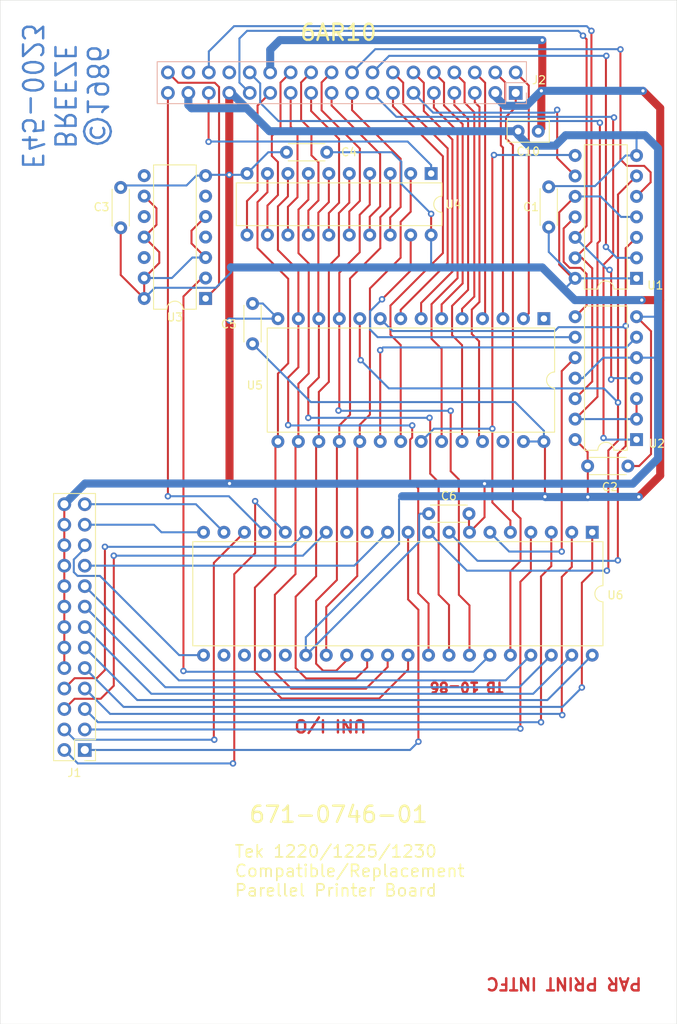
<source format=kicad_pcb>
(kicad_pcb (version 20171130) (host pcbnew 5.1.10-1.fc34)

  (general
    (thickness 1.6)
    (drawings 11)
    (tracks 674)
    (zones 0)
    (modules 17)
    (nets 81)
  )

  (page A4 portrait)
  (title_block
    (title "PAR PRINT INTFC")
    (date "TB 10-86")
    (rev 671-0746-01)
    (company BREEZE)
    (comment 1 "Interface Board")
    (comment 2 "Parallel Printer")
    (comment 3 "Tektronix 1220/1225/1230")
  )

  (layers
    (0 F.Cu signal)
    (31 B.Cu signal)
    (32 B.Adhes user)
    (33 F.Adhes user)
    (34 B.Paste user)
    (35 F.Paste user)
    (36 B.SilkS user)
    (37 F.SilkS user)
    (38 B.Mask user)
    (39 F.Mask user)
    (40 Dwgs.User user)
    (41 Cmts.User user)
    (42 Eco1.User user)
    (43 Eco2.User user)
    (44 Edge.Cuts user)
    (45 Margin user)
    (46 B.CrtYd user)
    (47 F.CrtYd user)
    (48 B.Fab user)
    (49 F.Fab user)
  )

  (setup
    (last_trace_width 0.25)
    (user_trace_width 1)
    (trace_clearance 0.2)
    (zone_clearance 0.508)
    (zone_45_only no)
    (trace_min 0.2)
    (via_size 0.8)
    (via_drill 0.4)
    (via_min_size 0.4)
    (via_min_drill 0.3)
    (uvia_size 0.3)
    (uvia_drill 0.1)
    (uvias_allowed no)
    (uvia_min_size 0.2)
    (uvia_min_drill 0.1)
    (edge_width 0.05)
    (segment_width 0.2)
    (pcb_text_width 0.3)
    (pcb_text_size 1.5 1.5)
    (mod_edge_width 0.12)
    (mod_text_size 1 1)
    (mod_text_width 0.15)
    (pad_size 1.524 1.524)
    (pad_drill 0.762)
    (pad_to_mask_clearance 0)
    (aux_axis_origin 0 0)
    (grid_origin 60 60)
    (visible_elements FFFFF77F)
    (pcbplotparams
      (layerselection 0x010fc_ffffffff)
      (usegerberextensions false)
      (usegerberattributes true)
      (usegerberadvancedattributes true)
      (creategerberjobfile true)
      (excludeedgelayer true)
      (linewidth 0.100000)
      (plotframeref false)
      (viasonmask false)
      (mode 1)
      (useauxorigin false)
      (hpglpennumber 1)
      (hpglpenspeed 20)
      (hpglpendiameter 15.000000)
      (psnegative false)
      (psa4output false)
      (plotreference true)
      (plotvalue true)
      (plotinvisibletext false)
      (padsonsilk false)
      (subtractmaskfromsilk false)
      (outputformat 1)
      (mirror false)
      (drillshape 0)
      (scaleselection 1)
      (outputdirectory ""))
  )

  (net 0 "")
  (net 1 GND)
  (net 2 VCC)
  (net 3 "Net-(U1-Pad11)")
  (net 4 /PB1)
  (net 5 /PB2)
  (net 6 /PB3)
  (net 7 /PC6)
  (net 8 /PA7)
  (net 9 /PA6)
  (net 10 /PA5)
  (net 11 /PA4)
  (net 12 /PA3)
  (net 13 /PC1)
  (net 14 /PA2)
  (net 15 /PC0)
  (net 16 /PA1)
  (net 17 /PB0)
  (net 18 /PA0)
  (net 19 /PC2)
  (net 20 /PC7)
  (net 21 /~WR)
  (net 22 /A12)
  (net 23 /A7)
  (net 24 /A8)
  (net 25 /A6)
  (net 26 /A9)
  (net 27 /A5)
  (net 28 /A11)
  (net 29 /A4)
  (net 30 /X~RD)
  (net 31 /A3)
  (net 32 /A10)
  (net 33 /A2)
  (net 34 /CEXX4)
  (net 35 /BD7)
  (net 36 /BD6)
  (net 37 /BD0)
  (net 38 /BD5)
  (net 39 /BD1)
  (net 40 /BD4)
  (net 41 /BD2)
  (net 42 /BD3)
  (net 43 /CEXX3)
  (net 44 /CEXX2)
  (net 45 /PC3)
  (net 46 /~RESET)
  (net 47 /~RD)
  (net 48 /A1)
  (net 49 /A0)
  (net 50 /~ROM_CE)
  (net 51 /~PPI_CS)
  (net 52 /~BUS_CE)
  (net 53 /D7)
  (net 54 /D6)
  (net 55 /D0)
  (net 56 /D5)
  (net 57 /D1)
  (net 58 /D4)
  (net 59 /D2)
  (net 60 /D3)
  (net 61 "Net-(J2-Pad30)")
  (net 62 /CEXX1)
  (net 63 "Net-(J2-Pad34)")
  (net 64 "Net-(U3-Pad8)")
  (net 65 "Net-(U3-Pad10)")
  (net 66 "Net-(U3-Pad4)")
  (net 67 "Net-(U3-Pad12)")
  (net 68 "Net-(U3-Pad6)")
  (net 69 "Net-(U5-Pad26)")
  (net 70 "Net-(U5-Pad1)")
  (net 71 "Net-(U6-Pad22)")
  (net 72 "Net-(U6-Pad23)")
  (net 73 "Net-(U6-Pad24)")
  (net 74 "Net-(U6-Pad25)")
  (net 75 "Net-(U6-Pad12)")
  (net 76 "Net-(U6-Pad13)")
  (net 77 /DIR)
  (net 78 /DA1)
  (net 79 /DA0)
  (net 80 "Net-(U3-Pad2)")

  (net_class Default "This is the default net class."
    (clearance 0.2)
    (trace_width 0.25)
    (via_dia 0.8)
    (via_drill 0.4)
    (uvia_dia 0.3)
    (uvia_drill 0.1)
    (add_net /A0)
    (add_net /A1)
    (add_net /A10)
    (add_net /A11)
    (add_net /A12)
    (add_net /A2)
    (add_net /A3)
    (add_net /A4)
    (add_net /A5)
    (add_net /A6)
    (add_net /A7)
    (add_net /A8)
    (add_net /A9)
    (add_net /BD0)
    (add_net /BD1)
    (add_net /BD2)
    (add_net /BD3)
    (add_net /BD4)
    (add_net /BD5)
    (add_net /BD6)
    (add_net /BD7)
    (add_net /CEXX1)
    (add_net /CEXX2)
    (add_net /CEXX3)
    (add_net /CEXX4)
    (add_net /D0)
    (add_net /D1)
    (add_net /D2)
    (add_net /D3)
    (add_net /D4)
    (add_net /D5)
    (add_net /D6)
    (add_net /D7)
    (add_net /DA0)
    (add_net /DA1)
    (add_net /DIR)
    (add_net /PA0)
    (add_net /PA1)
    (add_net /PA2)
    (add_net /PA3)
    (add_net /PA4)
    (add_net /PA5)
    (add_net /PA6)
    (add_net /PA7)
    (add_net /PB0)
    (add_net /PB1)
    (add_net /PB2)
    (add_net /PB3)
    (add_net /PC0)
    (add_net /PC1)
    (add_net /PC2)
    (add_net /PC3)
    (add_net /PC6)
    (add_net /PC7)
    (add_net /X~RD)
    (add_net /~BUS_CE)
    (add_net /~PPI_CS)
    (add_net /~RD)
    (add_net /~RESET)
    (add_net /~ROM_CE)
    (add_net /~WR)
    (add_net GND)
    (add_net "Net-(J2-Pad30)")
    (add_net "Net-(J2-Pad34)")
    (add_net "Net-(U1-Pad11)")
    (add_net "Net-(U3-Pad10)")
    (add_net "Net-(U3-Pad12)")
    (add_net "Net-(U3-Pad2)")
    (add_net "Net-(U3-Pad4)")
    (add_net "Net-(U3-Pad6)")
    (add_net "Net-(U3-Pad8)")
    (add_net "Net-(U5-Pad1)")
    (add_net "Net-(U5-Pad26)")
    (add_net "Net-(U6-Pad12)")
    (add_net "Net-(U6-Pad13)")
    (add_net "Net-(U6-Pad22)")
    (add_net "Net-(U6-Pad23)")
    (add_net "Net-(U6-Pad24)")
    (add_net "Net-(U6-Pad25)")
    (add_net VCC)
  )

  (module Capacitor_THT:C_Disc_D5.0mm_W2.5mm_P2.50mm (layer F.Cu) (tedit 5AE50EF0) (tstamp 60D88175)
    (at 126.8 76.25 180)
    (descr "C, Disc series, Radial, pin pitch=2.50mm, , diameter*width=5*2.5mm^2, Capacitor, http://cdn-reichelt.de/documents/datenblatt/B300/DS_KERKO_TC.pdf")
    (tags "C Disc series Radial pin pitch 2.50mm  diameter 5mm width 2.5mm Capacitor")
    (path /60E76CE8)
    (fp_text reference C10 (at 1.25 -2.5) (layer F.SilkS)
      (effects (font (size 1 1) (thickness 0.15)))
    )
    (fp_text value 475 (at 1.25 2.5) (layer F.Fab)
      (effects (font (size 1 1) (thickness 0.15)))
    )
    (fp_line (start -1.25 -1.25) (end -1.25 1.25) (layer F.Fab) (width 0.1))
    (fp_line (start -1.25 1.25) (end 3.75 1.25) (layer F.Fab) (width 0.1))
    (fp_line (start 3.75 1.25) (end 3.75 -1.25) (layer F.Fab) (width 0.1))
    (fp_line (start 3.75 -1.25) (end -1.25 -1.25) (layer F.Fab) (width 0.1))
    (fp_line (start -1.37 -1.37) (end 3.87 -1.37) (layer F.SilkS) (width 0.12))
    (fp_line (start -1.37 1.37) (end 3.87 1.37) (layer F.SilkS) (width 0.12))
    (fp_line (start -1.37 -1.37) (end -1.37 1.37) (layer F.SilkS) (width 0.12))
    (fp_line (start 3.87 -1.37) (end 3.87 1.37) (layer F.SilkS) (width 0.12))
    (fp_line (start -1.5 -1.5) (end -1.5 1.5) (layer F.CrtYd) (width 0.05))
    (fp_line (start -1.5 1.5) (end 4 1.5) (layer F.CrtYd) (width 0.05))
    (fp_line (start 4 1.5) (end 4 -1.5) (layer F.CrtYd) (width 0.05))
    (fp_line (start 4 -1.5) (end -1.5 -1.5) (layer F.CrtYd) (width 0.05))
    (fp_text user %R (at 1.25 0) (layer F.Fab)
      (effects (font (size 1 1) (thickness 0.15)))
    )
    (pad 2 thru_hole circle (at 2.5 0 180) (size 1.6 1.6) (drill 0.8) (layers *.Cu *.Mask)
      (net 1 GND))
    (pad 1 thru_hole circle (at 0 0 180) (size 1.6 1.6) (drill 0.8) (layers *.Cu *.Mask)
      (net 2 VCC))
    (model ${KISYS3DMOD}/Capacitor_THT.3dshapes/C_Disc_D5.0mm_W2.5mm_P2.50mm.wrl
      (at (xyz 0 0 0))
      (scale (xyz 1 1 1))
      (rotate (xyz 0 0 0))
    )
  )

  (module Capacitor_THT:C_Disc_D4.3mm_W1.9mm_P5.00mm (layer F.Cu) (tedit 5AE50EF0) (tstamp 60D84AB0)
    (at 91.33 102.62 90)
    (descr "C, Disc series, Radial, pin pitch=5.00mm, , diameter*width=4.3*1.9mm^2, Capacitor, http://www.vishay.com/docs/45233/krseries.pdf")
    (tags "C Disc series Radial pin pitch 5.00mm  diameter 4.3mm width 1.9mm Capacitor")
    (path /60E4A198)
    (fp_text reference C5 (at 2.42 -2.94 180) (layer F.SilkS)
      (effects (font (size 1 1) (thickness 0.15)))
    )
    (fp_text value 104 (at 7.49 0.1 180) (layer F.Fab)
      (effects (font (size 1 1) (thickness 0.15)))
    )
    (fp_line (start 0.35 -0.95) (end 0.35 0.95) (layer F.Fab) (width 0.1))
    (fp_line (start 0.35 0.95) (end 4.65 0.95) (layer F.Fab) (width 0.1))
    (fp_line (start 4.65 0.95) (end 4.65 -0.95) (layer F.Fab) (width 0.1))
    (fp_line (start 4.65 -0.95) (end 0.35 -0.95) (layer F.Fab) (width 0.1))
    (fp_line (start 0.23 -1.07) (end 4.77 -1.07) (layer F.SilkS) (width 0.12))
    (fp_line (start 0.23 1.07) (end 4.77 1.07) (layer F.SilkS) (width 0.12))
    (fp_line (start 0.23 -1.07) (end 0.23 -1.055) (layer F.SilkS) (width 0.12))
    (fp_line (start 0.23 1.055) (end 0.23 1.07) (layer F.SilkS) (width 0.12))
    (fp_line (start 4.77 -1.07) (end 4.77 -1.055) (layer F.SilkS) (width 0.12))
    (fp_line (start 4.77 1.055) (end 4.77 1.07) (layer F.SilkS) (width 0.12))
    (fp_line (start -1.05 -1.2) (end -1.05 1.2) (layer F.CrtYd) (width 0.05))
    (fp_line (start -1.05 1.2) (end 6.05 1.2) (layer F.CrtYd) (width 0.05))
    (fp_line (start 6.05 1.2) (end 6.05 -1.2) (layer F.CrtYd) (width 0.05))
    (fp_line (start 6.05 -1.2) (end -1.05 -1.2) (layer F.CrtYd) (width 0.05))
    (fp_text user %R (at 2.5 0 180) (layer F.Fab)
      (effects (font (size 0.86 0.86) (thickness 0.129)))
    )
    (pad 2 thru_hole circle (at 5 0 90) (size 1.6 1.6) (drill 0.8) (layers *.Cu *.Mask)
      (net 1 GND))
    (pad 1 thru_hole circle (at 0 0 90) (size 1.6 1.6) (drill 0.8) (layers *.Cu *.Mask)
      (net 2 VCC))
    (model ${KISYS3DMOD}/Capacitor_THT.3dshapes/C_Disc_D4.3mm_W1.9mm_P5.00mm.wrl
      (at (xyz 0 0 0))
      (scale (xyz 1 1 1))
      (rotate (xyz 0 0 0))
    )
  )

  (module Capacitor_THT:C_Disc_D4.3mm_W1.9mm_P5.00mm (layer F.Cu) (tedit 5AE50EF0) (tstamp 60D84A9B)
    (at 113.2 123.69)
    (descr "C, Disc series, Radial, pin pitch=5.00mm, , diameter*width=4.3*1.9mm^2, Capacitor, http://www.vishay.com/docs/45233/krseries.pdf")
    (tags "C Disc series Radial pin pitch 5.00mm  diameter 4.3mm width 1.9mm Capacitor")
    (path /60E36063)
    (fp_text reference C6 (at 2.5 -2.2) (layer F.SilkS)
      (effects (font (size 1 1) (thickness 0.15)))
    )
    (fp_text value 104 (at 2.5 2.2) (layer F.Fab)
      (effects (font (size 1 1) (thickness 0.15)))
    )
    (fp_line (start 0.35 -0.95) (end 0.35 0.95) (layer F.Fab) (width 0.1))
    (fp_line (start 0.35 0.95) (end 4.65 0.95) (layer F.Fab) (width 0.1))
    (fp_line (start 4.65 0.95) (end 4.65 -0.95) (layer F.Fab) (width 0.1))
    (fp_line (start 4.65 -0.95) (end 0.35 -0.95) (layer F.Fab) (width 0.1))
    (fp_line (start 0.23 -1.07) (end 4.77 -1.07) (layer F.SilkS) (width 0.12))
    (fp_line (start 0.23 1.07) (end 4.77 1.07) (layer F.SilkS) (width 0.12))
    (fp_line (start 0.23 -1.07) (end 0.23 -1.055) (layer F.SilkS) (width 0.12))
    (fp_line (start 0.23 1.055) (end 0.23 1.07) (layer F.SilkS) (width 0.12))
    (fp_line (start 4.77 -1.07) (end 4.77 -1.055) (layer F.SilkS) (width 0.12))
    (fp_line (start 4.77 1.055) (end 4.77 1.07) (layer F.SilkS) (width 0.12))
    (fp_line (start -1.05 -1.2) (end -1.05 1.2) (layer F.CrtYd) (width 0.05))
    (fp_line (start -1.05 1.2) (end 6.05 1.2) (layer F.CrtYd) (width 0.05))
    (fp_line (start 6.05 1.2) (end 6.05 -1.2) (layer F.CrtYd) (width 0.05))
    (fp_line (start 6.05 -1.2) (end -1.05 -1.2) (layer F.CrtYd) (width 0.05))
    (fp_text user %R (at 2.5 0) (layer F.Fab)
      (effects (font (size 0.86 0.86) (thickness 0.129)))
    )
    (pad 2 thru_hole circle (at 5 0) (size 1.6 1.6) (drill 0.8) (layers *.Cu *.Mask)
      (net 1 GND))
    (pad 1 thru_hole circle (at 0 0) (size 1.6 1.6) (drill 0.8) (layers *.Cu *.Mask)
      (net 2 VCC))
    (model ${KISYS3DMOD}/Capacitor_THT.3dshapes/C_Disc_D4.3mm_W1.9mm_P5.00mm.wrl
      (at (xyz 0 0 0))
      (scale (xyz 1 1 1))
      (rotate (xyz 0 0 0))
    )
  )

  (module Capacitor_THT:C_Disc_D4.3mm_W1.9mm_P5.00mm (layer F.Cu) (tedit 5AE50EF0) (tstamp 60D84A86)
    (at 100.54 78.86 180)
    (descr "C, Disc series, Radial, pin pitch=5.00mm, , diameter*width=4.3*1.9mm^2, Capacitor, http://www.vishay.com/docs/45233/krseries.pdf")
    (tags "C Disc series Radial pin pitch 5.00mm  diameter 4.3mm width 1.9mm Capacitor")
    (path /60E21C21)
    (fp_text reference C4 (at -2.77 0.02) (layer F.SilkS)
      (effects (font (size 1 1) (thickness 0.15)))
    )
    (fp_text value 104 (at 2.5 2.2) (layer F.Fab)
      (effects (font (size 1 1) (thickness 0.15)))
    )
    (fp_line (start 0.35 -0.95) (end 0.35 0.95) (layer F.Fab) (width 0.1))
    (fp_line (start 0.35 0.95) (end 4.65 0.95) (layer F.Fab) (width 0.1))
    (fp_line (start 4.65 0.95) (end 4.65 -0.95) (layer F.Fab) (width 0.1))
    (fp_line (start 4.65 -0.95) (end 0.35 -0.95) (layer F.Fab) (width 0.1))
    (fp_line (start 0.23 -1.07) (end 4.77 -1.07) (layer F.SilkS) (width 0.12))
    (fp_line (start 0.23 1.07) (end 4.77 1.07) (layer F.SilkS) (width 0.12))
    (fp_line (start 0.23 -1.07) (end 0.23 -1.055) (layer F.SilkS) (width 0.12))
    (fp_line (start 0.23 1.055) (end 0.23 1.07) (layer F.SilkS) (width 0.12))
    (fp_line (start 4.77 -1.07) (end 4.77 -1.055) (layer F.SilkS) (width 0.12))
    (fp_line (start 4.77 1.055) (end 4.77 1.07) (layer F.SilkS) (width 0.12))
    (fp_line (start -1.05 -1.2) (end -1.05 1.2) (layer F.CrtYd) (width 0.05))
    (fp_line (start -1.05 1.2) (end 6.05 1.2) (layer F.CrtYd) (width 0.05))
    (fp_line (start 6.05 1.2) (end 6.05 -1.2) (layer F.CrtYd) (width 0.05))
    (fp_line (start 6.05 -1.2) (end -1.05 -1.2) (layer F.CrtYd) (width 0.05))
    (fp_text user %R (at 2.5 0) (layer F.Fab)
      (effects (font (size 0.86 0.86) (thickness 0.129)))
    )
    (pad 2 thru_hole circle (at 5 0 180) (size 1.6 1.6) (drill 0.8) (layers *.Cu *.Mask)
      (net 1 GND))
    (pad 1 thru_hole circle (at 0 0 180) (size 1.6 1.6) (drill 0.8) (layers *.Cu *.Mask)
      (net 2 VCC))
    (model ${KISYS3DMOD}/Capacitor_THT.3dshapes/C_Disc_D4.3mm_W1.9mm_P5.00mm.wrl
      (at (xyz 0 0 0))
      (scale (xyz 1 1 1))
      (rotate (xyz 0 0 0))
    )
  )

  (module Capacitor_THT:C_Disc_D4.3mm_W1.9mm_P5.00mm (layer F.Cu) (tedit 5AE50EF0) (tstamp 60D84A71)
    (at 74.96 88.23 90)
    (descr "C, Disc series, Radial, pin pitch=5.00mm, , diameter*width=4.3*1.9mm^2, Capacitor, http://www.vishay.com/docs/45233/krseries.pdf")
    (tags "C Disc series Radial pin pitch 5.00mm  diameter 4.3mm width 1.9mm Capacitor")
    (path /60E1DCE0)
    (fp_text reference C3 (at 2.57 -2.38 180) (layer F.SilkS)
      (effects (font (size 1 1) (thickness 0.15)))
    )
    (fp_text value 104 (at 2.5 2.2 90) (layer F.Fab)
      (effects (font (size 1 1) (thickness 0.15)))
    )
    (fp_line (start 0.35 -0.95) (end 0.35 0.95) (layer F.Fab) (width 0.1))
    (fp_line (start 0.35 0.95) (end 4.65 0.95) (layer F.Fab) (width 0.1))
    (fp_line (start 4.65 0.95) (end 4.65 -0.95) (layer F.Fab) (width 0.1))
    (fp_line (start 4.65 -0.95) (end 0.35 -0.95) (layer F.Fab) (width 0.1))
    (fp_line (start 0.23 -1.07) (end 4.77 -1.07) (layer F.SilkS) (width 0.12))
    (fp_line (start 0.23 1.07) (end 4.77 1.07) (layer F.SilkS) (width 0.12))
    (fp_line (start 0.23 -1.07) (end 0.23 -1.055) (layer F.SilkS) (width 0.12))
    (fp_line (start 0.23 1.055) (end 0.23 1.07) (layer F.SilkS) (width 0.12))
    (fp_line (start 4.77 -1.07) (end 4.77 -1.055) (layer F.SilkS) (width 0.12))
    (fp_line (start 4.77 1.055) (end 4.77 1.07) (layer F.SilkS) (width 0.12))
    (fp_line (start -1.05 -1.2) (end -1.05 1.2) (layer F.CrtYd) (width 0.05))
    (fp_line (start -1.05 1.2) (end 6.05 1.2) (layer F.CrtYd) (width 0.05))
    (fp_line (start 6.05 1.2) (end 6.05 -1.2) (layer F.CrtYd) (width 0.05))
    (fp_line (start 6.05 -1.2) (end -1.05 -1.2) (layer F.CrtYd) (width 0.05))
    (fp_text user %R (at 2.5 0 90) (layer F.Fab)
      (effects (font (size 0.86 0.86) (thickness 0.129)))
    )
    (pad 2 thru_hole circle (at 5 0 90) (size 1.6 1.6) (drill 0.8) (layers *.Cu *.Mask)
      (net 1 GND))
    (pad 1 thru_hole circle (at 0 0 90) (size 1.6 1.6) (drill 0.8) (layers *.Cu *.Mask)
      (net 2 VCC))
    (model ${KISYS3DMOD}/Capacitor_THT.3dshapes/C_Disc_D4.3mm_W1.9mm_P5.00mm.wrl
      (at (xyz 0 0 0))
      (scale (xyz 1 1 1))
      (rotate (xyz 0 0 0))
    )
  )

  (module Capacitor_THT:C_Disc_D4.3mm_W1.9mm_P5.00mm (layer F.Cu) (tedit 5AE50EF0) (tstamp 60D84EDE)
    (at 132.93 117.78)
    (descr "C, Disc series, Radial, pin pitch=5.00mm, , diameter*width=4.3*1.9mm^2, Capacitor, http://www.vishay.com/docs/45233/krseries.pdf")
    (tags "C Disc series Radial pin pitch 5.00mm  diameter 4.3mm width 1.9mm Capacitor")
    (path /60E1466D)
    (fp_text reference C2 (at 2.75 2.6) (layer F.SilkS)
      (effects (font (size 1 1) (thickness 0.15)))
    )
    (fp_text value 104 (at -3.12 0.29) (layer F.Fab)
      (effects (font (size 1 1) (thickness 0.15)))
    )
    (fp_line (start 0.35 -0.95) (end 0.35 0.95) (layer F.Fab) (width 0.1))
    (fp_line (start 0.35 0.95) (end 4.65 0.95) (layer F.Fab) (width 0.1))
    (fp_line (start 4.65 0.95) (end 4.65 -0.95) (layer F.Fab) (width 0.1))
    (fp_line (start 4.65 -0.95) (end 0.35 -0.95) (layer F.Fab) (width 0.1))
    (fp_line (start 0.23 -1.07) (end 4.77 -1.07) (layer F.SilkS) (width 0.12))
    (fp_line (start 0.23 1.07) (end 4.77 1.07) (layer F.SilkS) (width 0.12))
    (fp_line (start 0.23 -1.07) (end 0.23 -1.055) (layer F.SilkS) (width 0.12))
    (fp_line (start 0.23 1.055) (end 0.23 1.07) (layer F.SilkS) (width 0.12))
    (fp_line (start 4.77 -1.07) (end 4.77 -1.055) (layer F.SilkS) (width 0.12))
    (fp_line (start 4.77 1.055) (end 4.77 1.07) (layer F.SilkS) (width 0.12))
    (fp_line (start -1.05 -1.2) (end -1.05 1.2) (layer F.CrtYd) (width 0.05))
    (fp_line (start -1.05 1.2) (end 6.05 1.2) (layer F.CrtYd) (width 0.05))
    (fp_line (start 6.05 1.2) (end 6.05 -1.2) (layer F.CrtYd) (width 0.05))
    (fp_line (start 6.05 -1.2) (end -1.05 -1.2) (layer F.CrtYd) (width 0.05))
    (fp_text user %R (at 2.5 0) (layer F.Fab)
      (effects (font (size 0.86 0.86) (thickness 0.129)))
    )
    (pad 2 thru_hole circle (at 5 0) (size 1.6 1.6) (drill 0.8) (layers *.Cu *.Mask)
      (net 1 GND))
    (pad 1 thru_hole circle (at 0 0) (size 1.6 1.6) (drill 0.8) (layers *.Cu *.Mask)
      (net 2 VCC))
    (model ${KISYS3DMOD}/Capacitor_THT.3dshapes/C_Disc_D4.3mm_W1.9mm_P5.00mm.wrl
      (at (xyz 0 0 0))
      (scale (xyz 1 1 1))
      (rotate (xyz 0 0 0))
    )
  )

  (module Package_DIP:DIP-14_W7.62mm (layer F.Cu) (tedit 5A02E8C5) (tstamp 60D7F53C)
    (at 139 114.5 180)
    (descr "14-lead though-hole mounted DIP package, row spacing 7.62 mm (300 mils)")
    (tags "THT DIP DIL PDIP 2.54mm 7.62mm 300mil")
    (path /60DE5ADE)
    (fp_text reference U2 (at -2.52 -0.5) (layer F.SilkS)
      (effects (font (size 1 1) (thickness 0.15)))
    )
    (fp_text value 74HCT4075N (at 3.81 17.57) (layer F.Fab)
      (effects (font (size 1 1) (thickness 0.15)))
    )
    (fp_line (start 1.635 -1.27) (end 6.985 -1.27) (layer F.Fab) (width 0.1))
    (fp_line (start 6.985 -1.27) (end 6.985 16.51) (layer F.Fab) (width 0.1))
    (fp_line (start 6.985 16.51) (end 0.635 16.51) (layer F.Fab) (width 0.1))
    (fp_line (start 0.635 16.51) (end 0.635 -0.27) (layer F.Fab) (width 0.1))
    (fp_line (start 0.635 -0.27) (end 1.635 -1.27) (layer F.Fab) (width 0.1))
    (fp_line (start 2.81 -1.33) (end 1.16 -1.33) (layer F.SilkS) (width 0.12))
    (fp_line (start 1.16 -1.33) (end 1.16 16.57) (layer F.SilkS) (width 0.12))
    (fp_line (start 1.16 16.57) (end 6.46 16.57) (layer F.SilkS) (width 0.12))
    (fp_line (start 6.46 16.57) (end 6.46 -1.33) (layer F.SilkS) (width 0.12))
    (fp_line (start 6.46 -1.33) (end 4.81 -1.33) (layer F.SilkS) (width 0.12))
    (fp_line (start -1.1 -1.55) (end -1.1 16.8) (layer F.CrtYd) (width 0.05))
    (fp_line (start -1.1 16.8) (end 8.7 16.8) (layer F.CrtYd) (width 0.05))
    (fp_line (start 8.7 16.8) (end 8.7 -1.55) (layer F.CrtYd) (width 0.05))
    (fp_line (start 8.7 -1.55) (end -1.1 -1.55) (layer F.CrtYd) (width 0.05))
    (fp_text user %R (at 3.81 7.62) (layer F.Fab)
      (effects (font (size 1 1) (thickness 0.15)))
    )
    (fp_arc (start 3.81 -1.33) (end 2.81 -1.33) (angle -180) (layer F.SilkS) (width 0.12))
    (pad 14 thru_hole oval (at 7.62 0 180) (size 1.6 1.6) (drill 0.8) (layers *.Cu *.Mask)
      (net 2 VCC))
    (pad 7 thru_hole oval (at 0 15.24 180) (size 1.6 1.6) (drill 0.8) (layers *.Cu *.Mask)
      (net 1 GND))
    (pad 13 thru_hole oval (at 7.62 2.54 180) (size 1.6 1.6) (drill 0.8) (layers *.Cu *.Mask)
      (net 44 /CEXX2))
    (pad 6 thru_hole oval (at 0 12.7 180) (size 1.6 1.6) (drill 0.8) (layers *.Cu *.Mask)
      (net 50 /~ROM_CE))
    (pad 12 thru_hole oval (at 7.62 5.08 180) (size 1.6 1.6) (drill 0.8) (layers *.Cu *.Mask)
      (net 62 /CEXX1))
    (pad 5 thru_hole oval (at 0 10.16 180) (size 1.6 1.6) (drill 0.8) (layers *.Cu *.Mask)
      (net 1 GND))
    (pad 11 thru_hole oval (at 7.62 7.62 180) (size 1.6 1.6) (drill 0.8) (layers *.Cu *.Mask)
      (net 1 GND))
    (pad 4 thru_hole oval (at 0 7.62 180) (size 1.6 1.6) (drill 0.8) (layers *.Cu *.Mask)
      (net 43 /CEXX3))
    (pad 10 thru_hole oval (at 7.62 10.16 180) (size 1.6 1.6) (drill 0.8) (layers *.Cu *.Mask)
      (net 51 /~PPI_CS))
    (pad 3 thru_hole oval (at 0 5.08 180) (size 1.6 1.6) (drill 0.8) (layers *.Cu *.Mask)
      (net 44 /CEXX2))
    (pad 9 thru_hole oval (at 7.62 12.7 180) (size 1.6 1.6) (drill 0.8) (layers *.Cu *.Mask)
      (net 52 /~BUS_CE))
    (pad 2 thru_hole oval (at 0 2.54 180) (size 1.6 1.6) (drill 0.8) (layers *.Cu *.Mask)
      (net 44 /CEXX2))
    (pad 8 thru_hole oval (at 7.62 15.24 180) (size 1.6 1.6) (drill 0.8) (layers *.Cu *.Mask)
      (net 3 "Net-(U1-Pad11)"))
    (pad 1 thru_hole rect (at 0 0 180) (size 1.6 1.6) (drill 0.8) (layers *.Cu *.Mask)
      (net 34 /CEXX4))
    (model ${KISYS3DMOD}/Package_DIP.3dshapes/DIP-14_W7.62mm.wrl
      (at (xyz 0 0 0))
      (scale (xyz 1 1 1))
      (rotate (xyz 0 0 0))
    )
  )

  (module Package_DIP:DIP-28_W15.24mm (layer F.Cu) (tedit 5A02E8C5) (tstamp 60D7F5BE)
    (at 127.5 99.5 270)
    (descr "28-lead though-hole mounted DIP package, row spacing 15.24 mm (600 mils)")
    (tags "THT DIP DIL PDIP 2.54mm 15.24mm 600mil")
    (path /60D7C474)
    (fp_text reference U5 (at 8.27 35.89 180) (layer F.SilkS)
      (effects (font (size 1 1) (thickness 0.15)))
    )
    (fp_text value 160-5531-02 (at 9.18 16.75 180) (layer F.Fab)
      (effects (font (size 1 1) (thickness 0.15)))
    )
    (fp_line (start 1.255 -1.27) (end 14.985 -1.27) (layer F.Fab) (width 0.1))
    (fp_line (start 14.985 -1.27) (end 14.985 34.29) (layer F.Fab) (width 0.1))
    (fp_line (start 14.985 34.29) (end 0.255 34.29) (layer F.Fab) (width 0.1))
    (fp_line (start 0.255 34.29) (end 0.255 -0.27) (layer F.Fab) (width 0.1))
    (fp_line (start 0.255 -0.27) (end 1.255 -1.27) (layer F.Fab) (width 0.1))
    (fp_line (start 6.62 -1.33) (end 1.16 -1.33) (layer F.SilkS) (width 0.12))
    (fp_line (start 1.16 -1.33) (end 1.16 34.35) (layer F.SilkS) (width 0.12))
    (fp_line (start 1.16 34.35) (end 14.08 34.35) (layer F.SilkS) (width 0.12))
    (fp_line (start 14.08 34.35) (end 14.08 -1.33) (layer F.SilkS) (width 0.12))
    (fp_line (start 14.08 -1.33) (end 8.62 -1.33) (layer F.SilkS) (width 0.12))
    (fp_line (start -1.05 -1.55) (end -1.05 34.55) (layer F.CrtYd) (width 0.05))
    (fp_line (start -1.05 34.55) (end 16.3 34.55) (layer F.CrtYd) (width 0.05))
    (fp_line (start 16.3 34.55) (end 16.3 -1.55) (layer F.CrtYd) (width 0.05))
    (fp_line (start 16.3 -1.55) (end -1.05 -1.55) (layer F.CrtYd) (width 0.05))
    (fp_text user %R (at 6.89 16.63 180) (layer F.Fab)
      (effects (font (size 1 1) (thickness 0.15)))
    )
    (fp_arc (start 7.62 -1.33) (end 6.62 -1.33) (angle -180) (layer F.SilkS) (width 0.12))
    (pad 28 thru_hole oval (at 15.24 0 270) (size 1.6 1.6) (drill 0.8) (layers *.Cu *.Mask)
      (net 2 VCC))
    (pad 14 thru_hole oval (at 0 33.02 270) (size 1.6 1.6) (drill 0.8) (layers *.Cu *.Mask)
      (net 1 GND))
    (pad 27 thru_hole oval (at 15.24 2.54 270) (size 1.6 1.6) (drill 0.8) (layers *.Cu *.Mask)
      (net 2 VCC))
    (pad 13 thru_hole oval (at 0 30.48 270) (size 1.6 1.6) (drill 0.8) (layers *.Cu *.Mask)
      (net 59 /D2))
    (pad 26 thru_hole oval (at 15.24 5.08 270) (size 1.6 1.6) (drill 0.8) (layers *.Cu *.Mask)
      (net 69 "Net-(U5-Pad26)"))
    (pad 12 thru_hole oval (at 0 27.94 270) (size 1.6 1.6) (drill 0.8) (layers *.Cu *.Mask)
      (net 57 /D1))
    (pad 25 thru_hole oval (at 15.24 7.62 270) (size 1.6 1.6) (drill 0.8) (layers *.Cu *.Mask)
      (net 24 /A8))
    (pad 11 thru_hole oval (at 0 25.4 270) (size 1.6 1.6) (drill 0.8) (layers *.Cu *.Mask)
      (net 55 /D0))
    (pad 24 thru_hole oval (at 15.24 10.16 270) (size 1.6 1.6) (drill 0.8) (layers *.Cu *.Mask)
      (net 26 /A9))
    (pad 10 thru_hole oval (at 0 22.86 270) (size 1.6 1.6) (drill 0.8) (layers *.Cu *.Mask)
      (net 79 /DA0))
    (pad 23 thru_hole oval (at 15.24 12.7 270) (size 1.6 1.6) (drill 0.8) (layers *.Cu *.Mask)
      (net 28 /A11))
    (pad 9 thru_hole oval (at 0 20.32 270) (size 1.6 1.6) (drill 0.8) (layers *.Cu *.Mask)
      (net 78 /DA1))
    (pad 22 thru_hole oval (at 15.24 15.24 270) (size 1.6 1.6) (drill 0.8) (layers *.Cu *.Mask)
      (net 47 /~RD))
    (pad 8 thru_hole oval (at 0 17.78 270) (size 1.6 1.6) (drill 0.8) (layers *.Cu *.Mask)
      (net 33 /A2))
    (pad 21 thru_hole oval (at 15.24 17.78 270) (size 1.6 1.6) (drill 0.8) (layers *.Cu *.Mask)
      (net 32 /A10))
    (pad 7 thru_hole oval (at 0 15.24 270) (size 1.6 1.6) (drill 0.8) (layers *.Cu *.Mask)
      (net 31 /A3))
    (pad 20 thru_hole oval (at 15.24 20.32 270) (size 1.6 1.6) (drill 0.8) (layers *.Cu *.Mask)
      (net 50 /~ROM_CE))
    (pad 6 thru_hole oval (at 0 12.7 270) (size 1.6 1.6) (drill 0.8) (layers *.Cu *.Mask)
      (net 29 /A4))
    (pad 19 thru_hole oval (at 15.24 22.86 270) (size 1.6 1.6) (drill 0.8) (layers *.Cu *.Mask)
      (net 53 /D7))
    (pad 5 thru_hole oval (at 0 10.16 270) (size 1.6 1.6) (drill 0.8) (layers *.Cu *.Mask)
      (net 27 /A5))
    (pad 18 thru_hole oval (at 15.24 25.4 270) (size 1.6 1.6) (drill 0.8) (layers *.Cu *.Mask)
      (net 54 /D6))
    (pad 4 thru_hole oval (at 0 7.62 270) (size 1.6 1.6) (drill 0.8) (layers *.Cu *.Mask)
      (net 25 /A6))
    (pad 17 thru_hole oval (at 15.24 27.94 270) (size 1.6 1.6) (drill 0.8) (layers *.Cu *.Mask)
      (net 56 /D5))
    (pad 3 thru_hole oval (at 0 5.08 270) (size 1.6 1.6) (drill 0.8) (layers *.Cu *.Mask)
      (net 23 /A7))
    (pad 16 thru_hole oval (at 15.24 30.48 270) (size 1.6 1.6) (drill 0.8) (layers *.Cu *.Mask)
      (net 58 /D4))
    (pad 2 thru_hole oval (at 0 2.54 270) (size 1.6 1.6) (drill 0.8) (layers *.Cu *.Mask)
      (net 22 /A12))
    (pad 15 thru_hole oval (at 15.24 33.02 270) (size 1.6 1.6) (drill 0.8) (layers *.Cu *.Mask)
      (net 60 /D3))
    (pad 1 thru_hole rect (at 0 0 270) (size 1.6 1.6) (drill 0.8) (layers *.Cu *.Mask)
      (net 70 "Net-(U5-Pad1)"))
    (model ${KISYS3DMOD}/Package_DIP.3dshapes/DIP-28_W15.24mm.wrl
      (at (xyz 0 0 0))
      (scale (xyz 1 1 1))
      (rotate (xyz 0 0 0))
    )
  )

  (module Capacitor_THT:C_Disc_D4.3mm_W1.9mm_P5.00mm (layer F.Cu) (tedit 5AE50EF0) (tstamp 60D82ACD)
    (at 128.1 88.15 90)
    (descr "C, Disc series, Radial, pin pitch=5.00mm, , diameter*width=4.3*1.9mm^2, Capacitor, http://www.vishay.com/docs/45233/krseries.pdf")
    (tags "C Disc series Radial pin pitch 5.00mm  diameter 4.3mm width 1.9mm Capacitor")
    (path /60DCA719)
    (fp_text reference C1 (at 2.5 -2.2 180) (layer F.SilkS)
      (effects (font (size 1 1) (thickness 0.15)))
    )
    (fp_text value 104 (at 7.37 -0.4 180) (layer F.Fab)
      (effects (font (size 1 1) (thickness 0.15)))
    )
    (fp_line (start 0.35 -0.95) (end 0.35 0.95) (layer F.Fab) (width 0.1))
    (fp_line (start 0.35 0.95) (end 4.65 0.95) (layer F.Fab) (width 0.1))
    (fp_line (start 4.65 0.95) (end 4.65 -0.95) (layer F.Fab) (width 0.1))
    (fp_line (start 4.65 -0.95) (end 0.35 -0.95) (layer F.Fab) (width 0.1))
    (fp_line (start 0.23 -1.07) (end 4.77 -1.07) (layer F.SilkS) (width 0.12))
    (fp_line (start 0.23 1.07) (end 4.77 1.07) (layer F.SilkS) (width 0.12))
    (fp_line (start 0.23 -1.07) (end 0.23 -1.055) (layer F.SilkS) (width 0.12))
    (fp_line (start 0.23 1.055) (end 0.23 1.07) (layer F.SilkS) (width 0.12))
    (fp_line (start 4.77 -1.07) (end 4.77 -1.055) (layer F.SilkS) (width 0.12))
    (fp_line (start 4.77 1.055) (end 4.77 1.07) (layer F.SilkS) (width 0.12))
    (fp_line (start -1.05 -1.2) (end -1.05 1.2) (layer F.CrtYd) (width 0.05))
    (fp_line (start -1.05 1.2) (end 6.05 1.2) (layer F.CrtYd) (width 0.05))
    (fp_line (start 6.05 1.2) (end 6.05 -1.2) (layer F.CrtYd) (width 0.05))
    (fp_line (start 6.05 -1.2) (end -1.05 -1.2) (layer F.CrtYd) (width 0.05))
    (fp_text user %R (at 2.5 0 180) (layer F.Fab)
      (effects (font (size 0.86 0.86) (thickness 0.129)))
    )
    (pad 2 thru_hole circle (at 5 0 90) (size 1.6 1.6) (drill 0.8) (layers *.Cu *.Mask)
      (net 1 GND))
    (pad 1 thru_hole circle (at 0 0 90) (size 1.6 1.6) (drill 0.8) (layers *.Cu *.Mask)
      (net 2 VCC))
    (model ${KISYS3DMOD}/Capacitor_THT.3dshapes/C_Disc_D4.3mm_W1.9mm_P5.00mm.wrl
      (at (xyz 0 0 0))
      (scale (xyz 1 1 1))
      (rotate (xyz 0 0 0))
    )
  )

  (module Connector_PinHeader_2.54mm:PinHeader_2x18_P2.54mm_Vertical locked (layer B.Cu) (tedit 59FED5CC) (tstamp 60D7F4FA)
    (at 124 71.5 90)
    (descr "Through hole straight pin header, 2x18, 2.54mm pitch, double rows")
    (tags "Through hole pin header THT 2x18 2.54mm double row")
    (path /60D7F59B)
    (fp_text reference J2 (at 1.59 2.89) (layer F.SilkS)
      (effects (font (size 1 1) (thickness 0.15)))
    )
    (fp_text value "To Analyzer" (at 5.34 -21.61) (layer F.Fab)
      (effects (font (size 1 1) (thickness 0.15)))
    )
    (fp_line (start 0 1.27) (end 3.81 1.27) (layer B.Fab) (width 0.1))
    (fp_line (start 3.81 1.27) (end 3.81 -44.45) (layer B.Fab) (width 0.1))
    (fp_line (start 3.81 -44.45) (end -1.27 -44.45) (layer B.Fab) (width 0.1))
    (fp_line (start -1.27 -44.45) (end -1.27 0) (layer B.Fab) (width 0.1))
    (fp_line (start -1.27 0) (end 0 1.27) (layer B.Fab) (width 0.1))
    (fp_line (start -1.33 -44.51) (end 3.87 -44.51) (layer B.SilkS) (width 0.12))
    (fp_line (start -1.33 -1.27) (end -1.33 -44.51) (layer B.SilkS) (width 0.12))
    (fp_line (start 3.87 1.33) (end 3.87 -44.51) (layer B.SilkS) (width 0.12))
    (fp_line (start -1.33 -1.27) (end 1.27 -1.27) (layer B.SilkS) (width 0.12))
    (fp_line (start 1.27 -1.27) (end 1.27 1.33) (layer B.SilkS) (width 0.12))
    (fp_line (start 1.27 1.33) (end 3.87 1.33) (layer B.SilkS) (width 0.12))
    (fp_line (start -1.33 0) (end -1.33 1.33) (layer B.SilkS) (width 0.12))
    (fp_line (start -1.33 1.33) (end 0 1.33) (layer B.SilkS) (width 0.12))
    (fp_line (start -1.8 1.8) (end -1.8 -44.95) (layer B.CrtYd) (width 0.05))
    (fp_line (start -1.8 -44.95) (end 4.35 -44.95) (layer B.CrtYd) (width 0.05))
    (fp_line (start 4.35 -44.95) (end 4.35 1.8) (layer B.CrtYd) (width 0.05))
    (fp_line (start 4.35 1.8) (end -1.8 1.8) (layer B.CrtYd) (width 0.05))
    (fp_text user %R (at 1.27 -21.59) (layer F.Fab)
      (effects (font (size 1 1) (thickness 0.15)))
    )
    (pad 1 thru_hole rect (at 0 0 90) (size 1.7 1.7) (drill 1) (layers *.Cu *.Mask)
      (net 21 /~WR))
    (pad 2 thru_hole oval (at 2.54 0 90) (size 1.7 1.7) (drill 1) (layers *.Cu *.Mask)
      (net 22 /A12))
    (pad 3 thru_hole oval (at 0 -2.54 90) (size 1.7 1.7) (drill 1) (layers *.Cu *.Mask)
      (net 2 VCC))
    (pad 4 thru_hole oval (at 2.54 -2.54 90) (size 1.7 1.7) (drill 1) (layers *.Cu *.Mask)
      (net 23 /A7))
    (pad 5 thru_hole oval (at 0 -5.08 90) (size 1.7 1.7) (drill 1) (layers *.Cu *.Mask)
      (net 24 /A8))
    (pad 6 thru_hole oval (at 2.54 -5.08 90) (size 1.7 1.7) (drill 1) (layers *.Cu *.Mask)
      (net 25 /A6))
    (pad 7 thru_hole oval (at 0 -7.62 90) (size 1.7 1.7) (drill 1) (layers *.Cu *.Mask)
      (net 26 /A9))
    (pad 8 thru_hole oval (at 2.54 -7.62 90) (size 1.7 1.7) (drill 1) (layers *.Cu *.Mask)
      (net 27 /A5))
    (pad 9 thru_hole oval (at 0 -10.16 90) (size 1.7 1.7) (drill 1) (layers *.Cu *.Mask)
      (net 28 /A11))
    (pad 10 thru_hole oval (at 2.54 -10.16 90) (size 1.7 1.7) (drill 1) (layers *.Cu *.Mask)
      (net 29 /A4))
    (pad 11 thru_hole oval (at 0 -12.7 90) (size 1.7 1.7) (drill 1) (layers *.Cu *.Mask)
      (net 30 /X~RD))
    (pad 12 thru_hole oval (at 2.54 -12.7 90) (size 1.7 1.7) (drill 1) (layers *.Cu *.Mask)
      (net 31 /A3))
    (pad 13 thru_hole oval (at 0 -15.24 90) (size 1.7 1.7) (drill 1) (layers *.Cu *.Mask)
      (net 32 /A10))
    (pad 14 thru_hole oval (at 2.54 -15.24 90) (size 1.7 1.7) (drill 1) (layers *.Cu *.Mask)
      (net 33 /A2))
    (pad 15 thru_hole oval (at 0 -17.78 90) (size 1.7 1.7) (drill 1) (layers *.Cu *.Mask)
      (net 34 /CEXX4))
    (pad 16 thru_hole oval (at 2.54 -17.78 90) (size 1.7 1.7) (drill 1) (layers *.Cu *.Mask)
      (net 48 /A1))
    (pad 17 thru_hole oval (at 0 -20.32 90) (size 1.7 1.7) (drill 1) (layers *.Cu *.Mask)
      (net 35 /BD7))
    (pad 18 thru_hole oval (at 2.54 -20.32 90) (size 1.7 1.7) (drill 1) (layers *.Cu *.Mask)
      (net 49 /A0))
    (pad 19 thru_hole oval (at 0 -22.86 90) (size 1.7 1.7) (drill 1) (layers *.Cu *.Mask)
      (net 36 /BD6))
    (pad 20 thru_hole oval (at 2.54 -22.86 90) (size 1.7 1.7) (drill 1) (layers *.Cu *.Mask)
      (net 37 /BD0))
    (pad 21 thru_hole oval (at 0 -25.4 90) (size 1.7 1.7) (drill 1) (layers *.Cu *.Mask)
      (net 38 /BD5))
    (pad 22 thru_hole oval (at 2.54 -25.4 90) (size 1.7 1.7) (drill 1) (layers *.Cu *.Mask)
      (net 39 /BD1))
    (pad 23 thru_hole oval (at 0 -27.94 90) (size 1.7 1.7) (drill 1) (layers *.Cu *.Mask)
      (net 40 /BD4))
    (pad 24 thru_hole oval (at 2.54 -27.94 90) (size 1.7 1.7) (drill 1) (layers *.Cu *.Mask)
      (net 41 /BD2))
    (pad 25 thru_hole oval (at 0 -30.48 90) (size 1.7 1.7) (drill 1) (layers *.Cu *.Mask)
      (net 42 /BD3))
    (pad 26 thru_hole oval (at 2.54 -30.48 90) (size 1.7 1.7) (drill 1) (layers *.Cu *.Mask)
      (net 2 VCC))
    (pad 27 thru_hole oval (at 0 -33.02 90) (size 1.7 1.7) (drill 1) (layers *.Cu *.Mask)
      (net 43 /CEXX3))
    (pad 28 thru_hole oval (at 2.54 -33.02 90) (size 1.7 1.7) (drill 1) (layers *.Cu *.Mask)
      (net 44 /CEXX2))
    (pad 29 thru_hole oval (at 0 -35.56 90) (size 1.7 1.7) (drill 1) (layers *.Cu *.Mask)
      (net 1 GND))
    (pad 30 thru_hole oval (at 2.54 -35.56 90) (size 1.7 1.7) (drill 1) (layers *.Cu *.Mask)
      (net 61 "Net-(J2-Pad30)"))
    (pad 31 thru_hole oval (at 0 -38.1 90) (size 1.7 1.7) (drill 1) (layers *.Cu *.Mask)
      (net 77 /DIR))
    (pad 32 thru_hole oval (at 2.54 -38.1 90) (size 1.7 1.7) (drill 1) (layers *.Cu *.Mask)
      (net 62 /CEXX1))
    (pad 33 thru_hole oval (at 0 -40.64 90) (size 1.7 1.7) (drill 1) (layers *.Cu *.Mask)
      (net 1 GND))
    (pad 34 thru_hole oval (at 2.54 -40.64 90) (size 1.7 1.7) (drill 1) (layers *.Cu *.Mask)
      (net 63 "Net-(J2-Pad34)"))
    (pad 35 thru_hole oval (at 0 -43.18 90) (size 1.7 1.7) (drill 1) (layers *.Cu *.Mask)
      (net 45 /PC3))
    (pad 36 thru_hole oval (at 2.54 -43.18 90) (size 1.7 1.7) (drill 1) (layers *.Cu *.Mask)
      (net 46 /~RESET))
    (model ${KISYS3DMOD}/Connector_PinHeader_2.54mm.3dshapes/PinHeader_2x18_P2.54mm_Vertical.wrl
      (at (xyz 0 0 0))
      (scale (xyz 1 1 1))
      (rotate (xyz 0 0 0))
    )
  )

  (module Package_DIP:DIP-40_W15.24mm (layer F.Cu) (tedit 5A02E8C5) (tstamp 60D7F5FA)
    (at 133.5 126 270)
    (descr "40-lead though-hole mounted DIP package, row spacing 15.24 mm (600 mils)")
    (tags "THT DIP DIL PDIP 2.54mm 15.24mm 600mil")
    (path /60D7B9A5)
    (fp_text reference U6 (at 7.8 -2.87 180) (layer F.SilkS)
      (effects (font (size 1 1) (thickness 0.15)))
    )
    (fp_text value 8255A (at 9.59 24.22 180) (layer F.Fab)
      (effects (font (size 1 1) (thickness 0.15)))
    )
    (fp_line (start 1.255 -1.27) (end 14.985 -1.27) (layer F.Fab) (width 0.1))
    (fp_line (start 14.985 -1.27) (end 14.985 49.53) (layer F.Fab) (width 0.1))
    (fp_line (start 14.985 49.53) (end 0.255 49.53) (layer F.Fab) (width 0.1))
    (fp_line (start 0.255 49.53) (end 0.255 -0.27) (layer F.Fab) (width 0.1))
    (fp_line (start 0.255 -0.27) (end 1.255 -1.27) (layer F.Fab) (width 0.1))
    (fp_line (start 6.62 -1.33) (end 1.16 -1.33) (layer F.SilkS) (width 0.12))
    (fp_line (start 1.16 -1.33) (end 1.16 49.59) (layer F.SilkS) (width 0.12))
    (fp_line (start 1.16 49.59) (end 14.08 49.59) (layer F.SilkS) (width 0.12))
    (fp_line (start 14.08 49.59) (end 14.08 -1.33) (layer F.SilkS) (width 0.12))
    (fp_line (start 14.08 -1.33) (end 8.62 -1.33) (layer F.SilkS) (width 0.12))
    (fp_line (start -1.05 -1.55) (end -1.05 49.8) (layer F.CrtYd) (width 0.05))
    (fp_line (start -1.05 49.8) (end 16.3 49.8) (layer F.CrtYd) (width 0.05))
    (fp_line (start 16.3 49.8) (end 16.3 -1.55) (layer F.CrtYd) (width 0.05))
    (fp_line (start 16.3 -1.55) (end -1.05 -1.55) (layer F.CrtYd) (width 0.05))
    (fp_arc (start 7.62 -1.33) (end 6.62 -1.33) (angle -180) (layer F.SilkS) (width 0.12))
    (fp_text user %R (at 7.62 24.13 180) (layer F.Fab)
      (effects (font (size 1 1) (thickness 0.15)))
    )
    (pad 1 thru_hole rect (at 0 0 270) (size 1.6 1.6) (drill 0.8) (layers *.Cu *.Mask)
      (net 12 /PA3))
    (pad 21 thru_hole oval (at 15.24 48.26 270) (size 1.6 1.6) (drill 0.8) (layers *.Cu *.Mask)
      (net 6 /PB3))
    (pad 2 thru_hole oval (at 0 2.54 270) (size 1.6 1.6) (drill 0.8) (layers *.Cu *.Mask)
      (net 14 /PA2))
    (pad 22 thru_hole oval (at 15.24 45.72 270) (size 1.6 1.6) (drill 0.8) (layers *.Cu *.Mask)
      (net 71 "Net-(U6-Pad22)"))
    (pad 3 thru_hole oval (at 0 5.08 270) (size 1.6 1.6) (drill 0.8) (layers *.Cu *.Mask)
      (net 16 /PA1))
    (pad 23 thru_hole oval (at 15.24 43.18 270) (size 1.6 1.6) (drill 0.8) (layers *.Cu *.Mask)
      (net 72 "Net-(U6-Pad23)"))
    (pad 4 thru_hole oval (at 0 7.62 270) (size 1.6 1.6) (drill 0.8) (layers *.Cu *.Mask)
      (net 18 /PA0))
    (pad 24 thru_hole oval (at 15.24 40.64 270) (size 1.6 1.6) (drill 0.8) (layers *.Cu *.Mask)
      (net 73 "Net-(U6-Pad24)"))
    (pad 5 thru_hole oval (at 0 10.16 270) (size 1.6 1.6) (drill 0.8) (layers *.Cu *.Mask)
      (net 47 /~RD))
    (pad 25 thru_hole oval (at 15.24 38.1 270) (size 1.6 1.6) (drill 0.8) (layers *.Cu *.Mask)
      (net 74 "Net-(U6-Pad25)"))
    (pad 6 thru_hole oval (at 0 12.7 270) (size 1.6 1.6) (drill 0.8) (layers *.Cu *.Mask)
      (net 51 /~PPI_CS))
    (pad 26 thru_hole oval (at 15.24 35.56 270) (size 1.6 1.6) (drill 0.8) (layers *.Cu *.Mask)
      (net 2 VCC))
    (pad 7 thru_hole oval (at 0 15.24 270) (size 1.6 1.6) (drill 0.8) (layers *.Cu *.Mask)
      (net 1 GND))
    (pad 27 thru_hole oval (at 15.24 33.02 270) (size 1.6 1.6) (drill 0.8) (layers *.Cu *.Mask)
      (net 53 /D7))
    (pad 8 thru_hole oval (at 0 17.78 270) (size 1.6 1.6) (drill 0.8) (layers *.Cu *.Mask)
      (net 78 /DA1))
    (pad 28 thru_hole oval (at 15.24 30.48 270) (size 1.6 1.6) (drill 0.8) (layers *.Cu *.Mask)
      (net 54 /D6))
    (pad 9 thru_hole oval (at 0 20.32 270) (size 1.6 1.6) (drill 0.8) (layers *.Cu *.Mask)
      (net 79 /DA0))
    (pad 29 thru_hole oval (at 15.24 27.94 270) (size 1.6 1.6) (drill 0.8) (layers *.Cu *.Mask)
      (net 56 /D5))
    (pad 10 thru_hole oval (at 0 22.86 270) (size 1.6 1.6) (drill 0.8) (layers *.Cu *.Mask)
      (net 20 /PC7))
    (pad 30 thru_hole oval (at 15.24 25.4 270) (size 1.6 1.6) (drill 0.8) (layers *.Cu *.Mask)
      (net 58 /D4))
    (pad 11 thru_hole oval (at 0 25.4 270) (size 1.6 1.6) (drill 0.8) (layers *.Cu *.Mask)
      (net 7 /PC6))
    (pad 31 thru_hole oval (at 15.24 22.86 270) (size 1.6 1.6) (drill 0.8) (layers *.Cu *.Mask)
      (net 60 /D3))
    (pad 12 thru_hole oval (at 0 27.94 270) (size 1.6 1.6) (drill 0.8) (layers *.Cu *.Mask)
      (net 75 "Net-(U6-Pad12)"))
    (pad 32 thru_hole oval (at 15.24 20.32 270) (size 1.6 1.6) (drill 0.8) (layers *.Cu *.Mask)
      (net 59 /D2))
    (pad 13 thru_hole oval (at 0 30.48 270) (size 1.6 1.6) (drill 0.8) (layers *.Cu *.Mask)
      (net 76 "Net-(U6-Pad13)"))
    (pad 33 thru_hole oval (at 15.24 17.78 270) (size 1.6 1.6) (drill 0.8) (layers *.Cu *.Mask)
      (net 57 /D1))
    (pad 14 thru_hole oval (at 0 33.02 270) (size 1.6 1.6) (drill 0.8) (layers *.Cu *.Mask)
      (net 15 /PC0))
    (pad 34 thru_hole oval (at 15.24 15.24 270) (size 1.6 1.6) (drill 0.8) (layers *.Cu *.Mask)
      (net 55 /D0))
    (pad 15 thru_hole oval (at 0 35.56 270) (size 1.6 1.6) (drill 0.8) (layers *.Cu *.Mask)
      (net 13 /PC1))
    (pad 35 thru_hole oval (at 15.24 12.7 270) (size 1.6 1.6) (drill 0.8) (layers *.Cu *.Mask)
      (net 80 "Net-(U3-Pad2)"))
    (pad 16 thru_hole oval (at 0 38.1 270) (size 1.6 1.6) (drill 0.8) (layers *.Cu *.Mask)
      (net 19 /PC2))
    (pad 36 thru_hole oval (at 15.24 10.16 270) (size 1.6 1.6) (drill 0.8) (layers *.Cu *.Mask)
      (net 21 /~WR))
    (pad 17 thru_hole oval (at 0 40.64 270) (size 1.6 1.6) (drill 0.8) (layers *.Cu *.Mask)
      (net 45 /PC3))
    (pad 37 thru_hole oval (at 15.24 7.62 270) (size 1.6 1.6) (drill 0.8) (layers *.Cu *.Mask)
      (net 8 /PA7))
    (pad 18 thru_hole oval (at 0 43.18 270) (size 1.6 1.6) (drill 0.8) (layers *.Cu *.Mask)
      (net 17 /PB0))
    (pad 38 thru_hole oval (at 15.24 5.08 270) (size 1.6 1.6) (drill 0.8) (layers *.Cu *.Mask)
      (net 9 /PA6))
    (pad 19 thru_hole oval (at 0 45.72 270) (size 1.6 1.6) (drill 0.8) (layers *.Cu *.Mask)
      (net 4 /PB1))
    (pad 39 thru_hole oval (at 15.24 2.54 270) (size 1.6 1.6) (drill 0.8) (layers *.Cu *.Mask)
      (net 10 /PA5))
    (pad 20 thru_hole oval (at 0 48.26 270) (size 1.6 1.6) (drill 0.8) (layers *.Cu *.Mask)
      (net 5 /PB2))
    (pad 40 thru_hole oval (at 15.24 0 270) (size 1.6 1.6) (drill 0.8) (layers *.Cu *.Mask)
      (net 11 /PA4))
    (model ${KISYS3DMOD}/Package_DIP.3dshapes/DIP-40_W15.24mm.wrl
      (at (xyz 0 0 0))
      (scale (xyz 1 1 1))
      (rotate (xyz 0 0 0))
    )
  )

  (module Package_DIP:DIP-20_W7.62mm (layer F.Cu) (tedit 5A02E8C5) (tstamp 60D7F586)
    (at 113.5 81.5 270)
    (descr "20-lead though-hole mounted DIP package, row spacing 7.62 mm (300 mils)")
    (tags "THT DIP DIL PDIP 2.54mm 7.62mm 300mil")
    (path /60D7A663)
    (fp_text reference U4 (at 3.84 -2.76 180) (layer F.SilkS)
      (effects (font (size 1 1) (thickness 0.15)))
    )
    (fp_text value MM74HC245AN (at 5.21 11.08 180) (layer F.Fab)
      (effects (font (size 1 1) (thickness 0.15)))
    )
    (fp_line (start 1.635 -1.27) (end 6.985 -1.27) (layer F.Fab) (width 0.1))
    (fp_line (start 6.985 -1.27) (end 6.985 24.13) (layer F.Fab) (width 0.1))
    (fp_line (start 6.985 24.13) (end 0.635 24.13) (layer F.Fab) (width 0.1))
    (fp_line (start 0.635 24.13) (end 0.635 -0.27) (layer F.Fab) (width 0.1))
    (fp_line (start 0.635 -0.27) (end 1.635 -1.27) (layer F.Fab) (width 0.1))
    (fp_line (start 2.81 -1.33) (end 1.16 -1.33) (layer F.SilkS) (width 0.12))
    (fp_line (start 1.16 -1.33) (end 1.16 24.19) (layer F.SilkS) (width 0.12))
    (fp_line (start 1.16 24.19) (end 6.46 24.19) (layer F.SilkS) (width 0.12))
    (fp_line (start 6.46 24.19) (end 6.46 -1.33) (layer F.SilkS) (width 0.12))
    (fp_line (start 6.46 -1.33) (end 4.81 -1.33) (layer F.SilkS) (width 0.12))
    (fp_line (start -1.1 -1.55) (end -1.1 24.4) (layer F.CrtYd) (width 0.05))
    (fp_line (start -1.1 24.4) (end 8.7 24.4) (layer F.CrtYd) (width 0.05))
    (fp_line (start 8.7 24.4) (end 8.7 -1.55) (layer F.CrtYd) (width 0.05))
    (fp_line (start 8.7 -1.55) (end -1.1 -1.55) (layer F.CrtYd) (width 0.05))
    (fp_arc (start 3.81 -1.33) (end 2.81 -1.33) (angle -180) (layer F.SilkS) (width 0.12))
    (fp_text user %R (at 3.81 11.43 180) (layer F.Fab)
      (effects (font (size 1 1) (thickness 0.15)))
    )
    (pad 1 thru_hole rect (at 0 0 270) (size 1.6 1.6) (drill 0.8) (layers *.Cu *.Mask)
      (net 77 /DIR))
    (pad 11 thru_hole oval (at 7.62 22.86 270) (size 1.6 1.6) (drill 0.8) (layers *.Cu *.Mask)
      (net 42 /BD3))
    (pad 2 thru_hole oval (at 0 2.54 270) (size 1.6 1.6) (drill 0.8) (layers *.Cu *.Mask)
      (net 53 /D7))
    (pad 12 thru_hole oval (at 7.62 20.32 270) (size 1.6 1.6) (drill 0.8) (layers *.Cu *.Mask)
      (net 41 /BD2))
    (pad 3 thru_hole oval (at 0 5.08 270) (size 1.6 1.6) (drill 0.8) (layers *.Cu *.Mask)
      (net 54 /D6))
    (pad 13 thru_hole oval (at 7.62 17.78 270) (size 1.6 1.6) (drill 0.8) (layers *.Cu *.Mask)
      (net 40 /BD4))
    (pad 4 thru_hole oval (at 0 7.62 270) (size 1.6 1.6) (drill 0.8) (layers *.Cu *.Mask)
      (net 55 /D0))
    (pad 14 thru_hole oval (at 7.62 15.24 270) (size 1.6 1.6) (drill 0.8) (layers *.Cu *.Mask)
      (net 39 /BD1))
    (pad 5 thru_hole oval (at 0 10.16 270) (size 1.6 1.6) (drill 0.8) (layers *.Cu *.Mask)
      (net 56 /D5))
    (pad 15 thru_hole oval (at 7.62 12.7 270) (size 1.6 1.6) (drill 0.8) (layers *.Cu *.Mask)
      (net 38 /BD5))
    (pad 6 thru_hole oval (at 0 12.7 270) (size 1.6 1.6) (drill 0.8) (layers *.Cu *.Mask)
      (net 57 /D1))
    (pad 16 thru_hole oval (at 7.62 10.16 270) (size 1.6 1.6) (drill 0.8) (layers *.Cu *.Mask)
      (net 37 /BD0))
    (pad 7 thru_hole oval (at 0 15.24 270) (size 1.6 1.6) (drill 0.8) (layers *.Cu *.Mask)
      (net 58 /D4))
    (pad 17 thru_hole oval (at 7.62 7.62 270) (size 1.6 1.6) (drill 0.8) (layers *.Cu *.Mask)
      (net 36 /BD6))
    (pad 8 thru_hole oval (at 0 17.78 270) (size 1.6 1.6) (drill 0.8) (layers *.Cu *.Mask)
      (net 59 /D2))
    (pad 18 thru_hole oval (at 7.62 5.08 270) (size 1.6 1.6) (drill 0.8) (layers *.Cu *.Mask)
      (net 35 /BD7))
    (pad 9 thru_hole oval (at 0 20.32 270) (size 1.6 1.6) (drill 0.8) (layers *.Cu *.Mask)
      (net 60 /D3))
    (pad 19 thru_hole oval (at 7.62 2.54 270) (size 1.6 1.6) (drill 0.8) (layers *.Cu *.Mask)
      (net 52 /~BUS_CE))
    (pad 10 thru_hole oval (at 0 22.86 270) (size 1.6 1.6) (drill 0.8) (layers *.Cu *.Mask)
      (net 1 GND))
    (pad 20 thru_hole oval (at 7.62 0 270) (size 1.6 1.6) (drill 0.8) (layers *.Cu *.Mask)
      (net 2 VCC))
    (model ${KISYS3DMOD}/Package_DIP.3dshapes/DIP-20_W7.62mm.wrl
      (at (xyz 0 0 0))
      (scale (xyz 1 1 1))
      (rotate (xyz 0 0 0))
    )
  )

  (module Package_DIP:DIP-14_W7.62mm (layer F.Cu) (tedit 5A02E8C5) (tstamp 60D7F55E)
    (at 85.5 97 180)
    (descr "14-lead though-hole mounted DIP package, row spacing 7.62 mm (300 mils)")
    (tags "THT DIP DIL PDIP 2.54mm 7.62mm 300mil")
    (path /60D7B0FC)
    (fp_text reference U3 (at 3.81 -2.33) (layer F.SilkS)
      (effects (font (size 1 1) (thickness 0.15)))
    )
    (fp_text value MM74HC04N (at 3.81 17.57) (layer F.Fab)
      (effects (font (size 1 1) (thickness 0.15)))
    )
    (fp_line (start 1.635 -1.27) (end 6.985 -1.27) (layer F.Fab) (width 0.1))
    (fp_line (start 6.985 -1.27) (end 6.985 16.51) (layer F.Fab) (width 0.1))
    (fp_line (start 6.985 16.51) (end 0.635 16.51) (layer F.Fab) (width 0.1))
    (fp_line (start 0.635 16.51) (end 0.635 -0.27) (layer F.Fab) (width 0.1))
    (fp_line (start 0.635 -0.27) (end 1.635 -1.27) (layer F.Fab) (width 0.1))
    (fp_line (start 2.81 -1.33) (end 1.16 -1.33) (layer F.SilkS) (width 0.12))
    (fp_line (start 1.16 -1.33) (end 1.16 16.57) (layer F.SilkS) (width 0.12))
    (fp_line (start 1.16 16.57) (end 6.46 16.57) (layer F.SilkS) (width 0.12))
    (fp_line (start 6.46 16.57) (end 6.46 -1.33) (layer F.SilkS) (width 0.12))
    (fp_line (start 6.46 -1.33) (end 4.81 -1.33) (layer F.SilkS) (width 0.12))
    (fp_line (start -1.1 -1.55) (end -1.1 16.8) (layer F.CrtYd) (width 0.05))
    (fp_line (start -1.1 16.8) (end 8.7 16.8) (layer F.CrtYd) (width 0.05))
    (fp_line (start 8.7 16.8) (end 8.7 -1.55) (layer F.CrtYd) (width 0.05))
    (fp_line (start 8.7 -1.55) (end -1.1 -1.55) (layer F.CrtYd) (width 0.05))
    (fp_arc (start 3.81 -1.33) (end 2.81 -1.33) (angle -180) (layer F.SilkS) (width 0.12))
    (fp_text user %R (at 3.81 7.62) (layer F.Fab)
      (effects (font (size 1 1) (thickness 0.15)))
    )
    (pad 1 thru_hole rect (at 0 0 180) (size 1.6 1.6) (drill 0.8) (layers *.Cu *.Mask)
      (net 46 /~RESET))
    (pad 8 thru_hole oval (at 7.62 15.24 180) (size 1.6 1.6) (drill 0.8) (layers *.Cu *.Mask)
      (net 64 "Net-(U3-Pad8)"))
    (pad 2 thru_hole oval (at 0 2.54 180) (size 1.6 1.6) (drill 0.8) (layers *.Cu *.Mask)
      (net 80 "Net-(U3-Pad2)"))
    (pad 9 thru_hole oval (at 7.62 12.7 180) (size 1.6 1.6) (drill 0.8) (layers *.Cu *.Mask)
      (net 2 VCC))
    (pad 3 thru_hole oval (at 0 5.08 180) (size 1.6 1.6) (drill 0.8) (layers *.Cu *.Mask)
      (net 2 VCC))
    (pad 10 thru_hole oval (at 7.62 10.16 180) (size 1.6 1.6) (drill 0.8) (layers *.Cu *.Mask)
      (net 65 "Net-(U3-Pad10)"))
    (pad 4 thru_hole oval (at 0 7.62 180) (size 1.6 1.6) (drill 0.8) (layers *.Cu *.Mask)
      (net 66 "Net-(U3-Pad4)"))
    (pad 11 thru_hole oval (at 7.62 7.62 180) (size 1.6 1.6) (drill 0.8) (layers *.Cu *.Mask)
      (net 2 VCC))
    (pad 5 thru_hole oval (at 0 10.16 180) (size 1.6 1.6) (drill 0.8) (layers *.Cu *.Mask)
      (net 2 VCC))
    (pad 12 thru_hole oval (at 7.62 5.08 180) (size 1.6 1.6) (drill 0.8) (layers *.Cu *.Mask)
      (net 67 "Net-(U3-Pad12)"))
    (pad 6 thru_hole oval (at 0 12.7 180) (size 1.6 1.6) (drill 0.8) (layers *.Cu *.Mask)
      (net 68 "Net-(U3-Pad6)"))
    (pad 13 thru_hole oval (at 7.62 2.54 180) (size 1.6 1.6) (drill 0.8) (layers *.Cu *.Mask)
      (net 2 VCC))
    (pad 7 thru_hole oval (at 0 15.24 180) (size 1.6 1.6) (drill 0.8) (layers *.Cu *.Mask)
      (net 1 GND))
    (pad 14 thru_hole oval (at 7.62 0 180) (size 1.6 1.6) (drill 0.8) (layers *.Cu *.Mask)
      (net 2 VCC))
    (model ${KISYS3DMOD}/Package_DIP.3dshapes/DIP-14_W7.62mm.wrl
      (at (xyz 0 0 0))
      (scale (xyz 1 1 1))
      (rotate (xyz 0 0 0))
    )
  )

  (module Package_DIP:DIP-14_W7.62mm (layer F.Cu) (tedit 5A02E8C5) (tstamp 60D7F51C)
    (at 139 94.5 180)
    (descr "14-lead though-hole mounted DIP package, row spacing 7.62 mm (300 mils)")
    (tags "THT DIP DIL PDIP 2.54mm 7.62mm 300mil")
    (path /60D79311)
    (fp_text reference U1 (at -2.33 -0.87) (layer F.SilkS)
      (effects (font (size 1 1) (thickness 0.15)))
    )
    (fp_text value 74HC08 (at 3.81 17.57) (layer F.Fab)
      (effects (font (size 1 1) (thickness 0.15)))
    )
    (fp_line (start 1.635 -1.27) (end 6.985 -1.27) (layer F.Fab) (width 0.1))
    (fp_line (start 6.985 -1.27) (end 6.985 16.51) (layer F.Fab) (width 0.1))
    (fp_line (start 6.985 16.51) (end 0.635 16.51) (layer F.Fab) (width 0.1))
    (fp_line (start 0.635 16.51) (end 0.635 -0.27) (layer F.Fab) (width 0.1))
    (fp_line (start 0.635 -0.27) (end 1.635 -1.27) (layer F.Fab) (width 0.1))
    (fp_line (start 2.81 -1.33) (end 1.16 -1.33) (layer F.SilkS) (width 0.12))
    (fp_line (start 1.16 -1.33) (end 1.16 16.57) (layer F.SilkS) (width 0.12))
    (fp_line (start 1.16 16.57) (end 6.46 16.57) (layer F.SilkS) (width 0.12))
    (fp_line (start 6.46 16.57) (end 6.46 -1.33) (layer F.SilkS) (width 0.12))
    (fp_line (start 6.46 -1.33) (end 4.81 -1.33) (layer F.SilkS) (width 0.12))
    (fp_line (start -1.1 -1.55) (end -1.1 16.8) (layer F.CrtYd) (width 0.05))
    (fp_line (start -1.1 16.8) (end 8.7 16.8) (layer F.CrtYd) (width 0.05))
    (fp_line (start 8.7 16.8) (end 8.7 -1.55) (layer F.CrtYd) (width 0.05))
    (fp_line (start 8.7 -1.55) (end -1.1 -1.55) (layer F.CrtYd) (width 0.05))
    (fp_arc (start 3.81 -1.33) (end 2.81 -1.33) (angle -180) (layer F.SilkS) (width 0.12))
    (fp_text user %R (at 3.81 7.62) (layer F.Fab)
      (effects (font (size 1 1) (thickness 0.15)))
    )
    (pad 1 thru_hole rect (at 0 0 180) (size 1.6 1.6) (drill 0.8) (layers *.Cu *.Mask)
      (net 2 VCC))
    (pad 8 thru_hole oval (at 7.62 15.24 180) (size 1.6 1.6) (drill 0.8) (layers *.Cu *.Mask)
      (net 47 /~RD))
    (pad 2 thru_hole oval (at 0 2.54 180) (size 1.6 1.6) (drill 0.8) (layers *.Cu *.Mask)
      (net 48 /A1))
    (pad 9 thru_hole oval (at 7.62 12.7 180) (size 1.6 1.6) (drill 0.8) (layers *.Cu *.Mask)
      (net 30 /X~RD))
    (pad 3 thru_hole oval (at 0 5.08 180) (size 1.6 1.6) (drill 0.8) (layers *.Cu *.Mask)
      (net 78 /DA1))
    (pad 10 thru_hole oval (at 7.62 10.16 180) (size 1.6 1.6) (drill 0.8) (layers *.Cu *.Mask)
      (net 2 VCC))
    (pad 4 thru_hole oval (at 0 7.62 180) (size 1.6 1.6) (drill 0.8) (layers *.Cu *.Mask)
      (net 2 VCC))
    (pad 11 thru_hole oval (at 7.62 7.62 180) (size 1.6 1.6) (drill 0.8) (layers *.Cu *.Mask)
      (net 3 "Net-(U1-Pad11)"))
    (pad 5 thru_hole oval (at 0 10.16 180) (size 1.6 1.6) (drill 0.8) (layers *.Cu *.Mask)
      (net 49 /A0))
    (pad 12 thru_hole oval (at 7.62 5.08 180) (size 1.6 1.6) (drill 0.8) (layers *.Cu *.Mask)
      (net 43 /CEXX3))
    (pad 6 thru_hole oval (at 0 12.7 180) (size 1.6 1.6) (drill 0.8) (layers *.Cu *.Mask)
      (net 79 /DA0))
    (pad 13 thru_hole oval (at 7.62 2.54 180) (size 1.6 1.6) (drill 0.8) (layers *.Cu *.Mask)
      (net 62 /CEXX1))
    (pad 7 thru_hole oval (at 0 15.24 180) (size 1.6 1.6) (drill 0.8) (layers *.Cu *.Mask)
      (net 1 GND))
    (pad 14 thru_hole oval (at 7.62 0 180) (size 1.6 1.6) (drill 0.8) (layers *.Cu *.Mask)
      (net 2 VCC))
    (model ${KISYS3DMOD}/Package_DIP.3dshapes/DIP-14_W7.62mm.wrl
      (at (xyz 0 0 0))
      (scale (xyz 1 1 1))
      (rotate (xyz 0 0 0))
    )
  )

  (module Connector_PinHeader_2.54mm:PinHeader_2x13_P2.54mm_Vertical (layer F.Cu) (tedit 59FED5CC) (tstamp 60D7F4C0)
    (at 70.5 153 180)
    (descr "Through hole straight pin header, 2x13, 2.54mm pitch, double rows")
    (tags "Through hole pin header THT 2x13 2.54mm double row")
    (path /60D7E383)
    (fp_text reference J1 (at 1.29 -2.83) (layer F.SilkS)
      (effects (font (size 1 1) (thickness 0.15)))
    )
    (fp_text value "Printer Port" (at 6.37 14.24 90) (layer F.Fab)
      (effects (font (size 1 1) (thickness 0.15)))
    )
    (fp_line (start 0 -1.27) (end 3.81 -1.27) (layer F.Fab) (width 0.1))
    (fp_line (start 3.81 -1.27) (end 3.81 31.75) (layer F.Fab) (width 0.1))
    (fp_line (start 3.81 31.75) (end -1.27 31.75) (layer F.Fab) (width 0.1))
    (fp_line (start -1.27 31.75) (end -1.27 0) (layer F.Fab) (width 0.1))
    (fp_line (start -1.27 0) (end 0 -1.27) (layer F.Fab) (width 0.1))
    (fp_line (start -1.33 31.81) (end 3.87 31.81) (layer F.SilkS) (width 0.12))
    (fp_line (start -1.33 1.27) (end -1.33 31.81) (layer F.SilkS) (width 0.12))
    (fp_line (start 3.87 -1.33) (end 3.87 31.81) (layer F.SilkS) (width 0.12))
    (fp_line (start -1.33 1.27) (end 1.27 1.27) (layer F.SilkS) (width 0.12))
    (fp_line (start 1.27 1.27) (end 1.27 -1.33) (layer F.SilkS) (width 0.12))
    (fp_line (start 1.27 -1.33) (end 3.87 -1.33) (layer F.SilkS) (width 0.12))
    (fp_line (start -1.33 0) (end -1.33 -1.33) (layer F.SilkS) (width 0.12))
    (fp_line (start -1.33 -1.33) (end 0 -1.33) (layer F.SilkS) (width 0.12))
    (fp_line (start -1.8 -1.8) (end -1.8 32.25) (layer F.CrtYd) (width 0.05))
    (fp_line (start -1.8 32.25) (end 4.35 32.25) (layer F.CrtYd) (width 0.05))
    (fp_line (start 4.35 32.25) (end 4.35 -1.8) (layer F.CrtYd) (width 0.05))
    (fp_line (start 4.35 -1.8) (end -1.8 -1.8) (layer F.CrtYd) (width 0.05))
    (fp_text user %R (at 1.27 15.24 90) (layer F.Fab)
      (effects (font (size 1 1) (thickness 0.15)))
    )
    (pad 1 thru_hole rect (at 0 0 180) (size 1.7 1.7) (drill 1) (layers *.Cu *.Mask)
      (net 20 /PC7))
    (pad 2 thru_hole oval (at 2.54 0 180) (size 1.7 1.7) (drill 1) (layers *.Cu *.Mask)
      (net 19 /PC2))
    (pad 3 thru_hole oval (at 0 2.54 180) (size 1.7 1.7) (drill 1) (layers *.Cu *.Mask)
      (net 18 /PA0))
    (pad 4 thru_hole oval (at 2.54 2.54 180) (size 1.7 1.7) (drill 1) (layers *.Cu *.Mask)
      (net 17 /PB0))
    (pad 5 thru_hole oval (at 0 5.08 180) (size 1.7 1.7) (drill 1) (layers *.Cu *.Mask)
      (net 16 /PA1))
    (pad 6 thru_hole oval (at 2.54 5.08 180) (size 1.7 1.7) (drill 1) (layers *.Cu *.Mask)
      (net 15 /PC0))
    (pad 7 thru_hole oval (at 0 7.62 180) (size 1.7 1.7) (drill 1) (layers *.Cu *.Mask)
      (net 14 /PA2))
    (pad 8 thru_hole oval (at 2.54 7.62 180) (size 1.7 1.7) (drill 1) (layers *.Cu *.Mask)
      (net 13 /PC1))
    (pad 9 thru_hole oval (at 0 10.16 180) (size 1.7 1.7) (drill 1) (layers *.Cu *.Mask)
      (net 12 /PA3))
    (pad 10 thru_hole oval (at 2.54 10.16 180) (size 1.7 1.7) (drill 1) (layers *.Cu *.Mask)
      (net 1 GND))
    (pad 11 thru_hole oval (at 0 12.7 180) (size 1.7 1.7) (drill 1) (layers *.Cu *.Mask)
      (net 11 /PA4))
    (pad 12 thru_hole oval (at 2.54 12.7 180) (size 1.7 1.7) (drill 1) (layers *.Cu *.Mask)
      (net 1 GND))
    (pad 13 thru_hole oval (at 0 15.24 180) (size 1.7 1.7) (drill 1) (layers *.Cu *.Mask)
      (net 10 /PA5))
    (pad 14 thru_hole oval (at 2.54 15.24 180) (size 1.7 1.7) (drill 1) (layers *.Cu *.Mask)
      (net 1 GND))
    (pad 15 thru_hole oval (at 0 17.78 180) (size 1.7 1.7) (drill 1) (layers *.Cu *.Mask)
      (net 9 /PA6))
    (pad 16 thru_hole oval (at 2.54 17.78 180) (size 1.7 1.7) (drill 1) (layers *.Cu *.Mask)
      (net 1 GND))
    (pad 17 thru_hole oval (at 0 20.32 180) (size 1.7 1.7) (drill 1) (layers *.Cu *.Mask)
      (net 8 /PA7))
    (pad 18 thru_hole oval (at 2.54 20.32 180) (size 1.7 1.7) (drill 1) (layers *.Cu *.Mask)
      (net 1 GND))
    (pad 19 thru_hole oval (at 0 22.86 180) (size 1.7 1.7) (drill 1) (layers *.Cu *.Mask)
      (net 7 /PC6))
    (pad 20 thru_hole oval (at 2.54 22.86 180) (size 1.7 1.7) (drill 1) (layers *.Cu *.Mask)
      (net 1 GND))
    (pad 21 thru_hole oval (at 0 25.4 180) (size 1.7 1.7) (drill 1) (layers *.Cu *.Mask)
      (net 6 /PB3))
    (pad 22 thru_hole oval (at 2.54 25.4 180) (size 1.7 1.7) (drill 1) (layers *.Cu *.Mask)
      (net 1 GND))
    (pad 23 thru_hole oval (at 0 27.94 180) (size 1.7 1.7) (drill 1) (layers *.Cu *.Mask)
      (net 5 /PB2))
    (pad 24 thru_hole oval (at 2.54 27.94 180) (size 1.7 1.7) (drill 1) (layers *.Cu *.Mask)
      (net 1 GND))
    (pad 25 thru_hole oval (at 0 30.48 180) (size 1.7 1.7) (drill 1) (layers *.Cu *.Mask)
      (net 4 /PB1))
    (pad 26 thru_hole oval (at 2.54 30.48 180) (size 1.7 1.7) (drill 1) (layers *.Cu *.Mask)
      (net 1 GND))
    (model ${KISYS3DMOD}/Connector_PinHeader_2.54mm.3dshapes/PinHeader_2x13_P2.54mm_Vertical.wrl
      (at (xyz 0 0 0))
      (scale (xyz 1 1 1))
      (rotate (xyz 0 0 0))
    )
  )

  (module MountingHole:MountingHole_4.5mm (layer F.Cu) (tedit 56D1B4CB) (tstamp 60D7F490)
    (at 126 159.5)
    (descr "Mounting Hole 4.5mm, no annular")
    (tags "mounting hole 4.5mm no annular")
    (path /60D82F33)
    (attr virtual)
    (fp_text reference H2 (at 0 -5.5) (layer F.SilkS) hide
      (effects (font (size 1 1) (thickness 0.15)))
    )
    (fp_text value MountingHole (at 0 5.5) (layer F.Fab)
      (effects (font (size 1 1) (thickness 0.15)))
    )
    (fp_circle (center 0 0) (end 4.5 0) (layer Cmts.User) (width 0.15))
    (fp_circle (center 0 0) (end 4.75 0) (layer F.CrtYd) (width 0.05))
    (fp_text user %R (at 0.3 0) (layer F.Fab)
      (effects (font (size 1 1) (thickness 0.15)))
    )
    (pad 1 np_thru_hole circle (at 0 0) (size 4.5 4.5) (drill 4.5) (layers *.Cu *.Mask))
  )

  (module MountingHole:MountingHole_4.5mm (layer F.Cu) (tedit 56D1B4CB) (tstamp 60D80E0B)
    (at 77.5 159.5)
    (descr "Mounting Hole 4.5mm, no annular")
    (tags "mounting hole 4.5mm no annular")
    (path /60D823E9)
    (attr virtual)
    (fp_text reference H1 (at 0 -5.5) (layer F.SilkS) hide
      (effects (font (size 1 1) (thickness 0.15)))
    )
    (fp_text value MountingHole (at 0 5.5) (layer F.Fab)
      (effects (font (size 1 1) (thickness 0.15)))
    )
    (fp_circle (center 0 0) (end 4.5 0) (layer Cmts.User) (width 0.15))
    (fp_circle (center 0 0) (end 4.75 0) (layer F.CrtYd) (width 0.05))
    (fp_text user %R (at 0 0) (layer F.Fab)
      (effects (font (size 1 1) (thickness 0.15)))
    )
    (pad 1 np_thru_hole circle (at 0 0) (size 4.5 4.5) (drill 4.5) (layers *.Cu *.Mask))
  )

  (gr_text "Tek 1220/1225/1230\nCompatible/Replacement\nParellel Printer Board" (at 89 168) (layer F.SilkS)
    (effects (font (size 1.5 1.5) (thickness 0.2)) (justify left))
  )
  (gr_text 6AR10 (at 102 64) (layer F.SilkS)
    (effects (font (size 2 2) (thickness 0.3)))
  )
  (gr_text 671-0746-01 (at 102 161) (layer F.SilkS)
    (effects (font (size 2 2) (thickness 0.3)))
  )
  (gr_text "©1986\nBREEZE\nE45-0023" (at 68 71.9 -90) (layer B.Cu)
    (effects (font (size 2.5 2.3) (thickness 0.3)) (justify mirror))
  )
  (gr_text "TB 10-86" (at 117.9 145.2 180) (layer F.Cu)
    (effects (font (size 1.2 1.2) (thickness 0.3)))
  )
  (gr_text "UNI I/O" (at 101 150 180) (layer F.Cu)
    (effects (font (size 1.5 1.5) (thickness 0.3)))
  )
  (gr_text "PAR PRINT INTFC" (at 130 182 180) (layer F.Cu)
    (effects (font (size 1.5 1.5) (thickness 0.3)))
  )
  (gr_line (start 60 187) (end 144 187) (layer Edge.Cuts) (width 0.05) (tstamp 60D7F30F))
  (gr_line (start 144 60) (end 144 187) (layer Edge.Cuts) (width 0.05) (tstamp 60D7F30C))
  (gr_line (start 60 60) (end 60 187) (layer Edge.Cuts) (width 0.05))
  (gr_line (start 60 60) (end 144 60) (layer Edge.Cuts) (width 0.05))

  (segment (start 141.6 99.26) (end 141.67 99.33) (width 0.25) (layer B.Cu) (net 1))
  (segment (start 139 99.26) (end 141.6 99.26) (width 0.25) (layer B.Cu) (net 1))
  (segment (start 141.37 104.34) (end 141.67 104.64) (width 0.25) (layer B.Cu) (net 1))
  (segment (start 139 104.34) (end 141.37 104.34) (width 0.25) (layer B.Cu) (net 1))
  (segment (start 141.67 99.33) (end 141.67 104.64) (width 1) (layer B.Cu) (net 1))
  (segment (start 92.6 97.62) (end 91.33 97.62) (width 0.25) (layer B.Cu) (net 1))
  (segment (start 94.48 99.5) (end 92.6 97.62) (width 0.25) (layer B.Cu) (net 1))
  (segment (start 75.21 82.98) (end 74.96 83.23) (width 0.25) (layer B.Cu) (net 1))
  (segment (start 83.13 82.98) (end 75.21 82.98) (width 0.25) (layer B.Cu) (net 1))
  (segment (start 84.35 81.76) (end 83.13 82.98) (width 0.25) (layer B.Cu) (net 1))
  (segment (start 85.5 81.76) (end 84.35 81.76) (width 0.25) (layer B.Cu) (net 1))
  (segment (start 93.28 78.86) (end 95.54 78.86) (width 0.25) (layer B.Cu) (net 1))
  (segment (start 90.64 81.5) (end 93.28 78.86) (width 0.25) (layer B.Cu) (net 1))
  (segment (start 118.26 126) (end 119.84 124.42) (width 0.25) (layer F.Cu) (net 1))
  (via (at 120.13 119.97) (size 0.8) (drill 0.4) (layers F.Cu B.Cu) (net 1))
  (segment (start 141.67 104.64) (end 141.67 116.84) (width 1) (layer B.Cu) (net 1))
  (segment (start 141.67 116.84) (end 138.54 119.97) (width 1) (layer B.Cu) (net 1))
  (segment (start 138.54 119.97) (end 120.13 119.97) (width 1) (layer B.Cu) (net 1))
  (segment (start 120.13 124.13) (end 119.84 124.42) (width 0.25) (layer F.Cu) (net 1))
  (segment (start 120.13 119.97) (end 120.13 124.13) (width 0.25) (layer F.Cu) (net 1))
  (segment (start 118.2 125.94) (end 118.26 126) (width 0.25) (layer F.Cu) (net 1))
  (segment (start 118.2 123.69) (end 118.2 125.94) (width 0.25) (layer F.Cu) (net 1))
  (segment (start 67.96 122.52) (end 67.96 125.06) (width 0.25) (layer F.Cu) (net 1))
  (segment (start 67.96 125.06) (end 67.96 127.6) (width 0.25) (layer F.Cu) (net 1))
  (segment (start 67.96 127.6) (end 67.96 130.14) (width 0.25) (layer F.Cu) (net 1))
  (segment (start 67.96 130.14) (end 67.96 132.68) (width 0.25) (layer F.Cu) (net 1))
  (segment (start 67.96 132.68) (end 67.96 135.22) (width 0.25) (layer F.Cu) (net 1))
  (segment (start 67.96 135.22) (end 67.96 137.76) (width 0.25) (layer F.Cu) (net 1))
  (segment (start 67.96 137.76) (end 67.96 140.3) (width 0.25) (layer F.Cu) (net 1))
  (segment (start 67.96 140.3) (end 67.96 142.84) (width 0.25) (layer F.Cu) (net 1))
  (segment (start 141.67 78.37) (end 141.67 99.33) (width 1) (layer B.Cu) (net 1))
  (segment (start 140.05 76.75) (end 141.67 78.37) (width 1) (layer B.Cu) (net 1))
  (segment (start 139 79.26) (end 139 76.8) (width 0.25) (layer B.Cu) (net 1))
  (segment (start 139 76.8) (end 139.05 76.75) (width 0.25) (layer B.Cu) (net 1))
  (segment (start 139.05 76.75) (end 140.05 76.75) (width 1) (layer B.Cu) (net 1))
  (segment (start 139.32 117.78) (end 137.93 117.78) (width 0.25) (layer F.Cu) (net 1))
  (segment (start 140.8 116.3) (end 139.32 117.78) (width 0.25) (layer F.Cu) (net 1))
  (segment (start 140.8 101.06) (end 140.8 116.3) (width 0.25) (layer F.Cu) (net 1))
  (segment (start 139 99.26) (end 140.8 101.06) (width 0.25) (layer F.Cu) (net 1))
  (segment (start 93.435998 76.25) (end 124.3 76.25) (width 1) (layer B.Cu) (net 1))
  (segment (start 132.32 106.88) (end 131.38 106.88) (width 0.25) (layer B.Cu) (net 1))
  (segment (start 134.86 104.34) (end 132.32 106.88) (width 0.25) (layer B.Cu) (net 1))
  (segment (start 139 104.34) (end 134.86 104.34) (width 0.25) (layer B.Cu) (net 1))
  (segment (start 83.36 71.5) (end 83.36 73.01) (width 1) (layer B.Cu) (net 1))
  (segment (start 83.757001 73.407001) (end 90.592999 73.407001) (width 1) (layer B.Cu) (net 1))
  (segment (start 83.36 73.01) (end 83.757001 73.407001) (width 1) (layer B.Cu) (net 1))
  (segment (start 90.592999 73.407001) (end 93.435998 76.25) (width 1) (layer B.Cu) (net 1))
  (segment (start 88.51 71.324002) (end 90.592999 73.407001) (width 1) (layer B.Cu) (net 1))
  (segment (start 128.19 83.06) (end 128.1 83.15) (width 0.25) (layer B.Cu) (net 1))
  (segment (start 133.84 83.06) (end 128.19 83.06) (width 0.25) (layer B.Cu) (net 1))
  (segment (start 137.64 79.26) (end 133.84 83.06) (width 0.25) (layer B.Cu) (net 1))
  (segment (start 139 79.26) (end 137.64 79.26) (width 0.25) (layer B.Cu) (net 1))
  (segment (start 130.2 76.75) (end 139.05 76.75) (width 1) (layer B.Cu) (net 1))
  (segment (start 128.91 78.04) (end 130.2 76.75) (width 1) (layer B.Cu) (net 1))
  (segment (start 125.62 78.04) (end 128.91 78.04) (width 1) (layer B.Cu) (net 1))
  (segment (start 124.3 76.72) (end 125.62 78.04) (width 1) (layer B.Cu) (net 1))
  (segment (start 124.3 76.25) (end 124.3 76.72) (width 1) (layer B.Cu) (net 1))
  (via (at 88.47 119.95) (size 0.8) (drill 0.4) (layers F.Cu B.Cu) (net 1))
  (segment (start 120.13 119.97) (end 88.49 119.97) (width 1) (layer B.Cu) (net 1))
  (segment (start 88.49 119.97) (end 88.47 119.95) (width 1) (layer B.Cu) (net 1))
  (segment (start 67.96 122.52) (end 70.53 119.95) (width 1) (layer B.Cu) (net 1))
  (segment (start 70.53 119.95) (end 88.47 119.95) (width 1) (layer B.Cu) (net 1))
  (segment (start 88.44 81.66) (end 88.43998 81.66002) (width 1) (layer F.Cu) (net 1))
  (segment (start 88.44 71.5) (end 88.44 81.66) (width 1) (layer F.Cu) (net 1))
  (via (at 88.43998 81.66002) (size 0.8) (drill 0.4) (layers F.Cu B.Cu) (net 1))
  (segment (start 90.47998 81.66002) (end 88.43998 81.66002) (width 0.25) (layer B.Cu) (net 1))
  (segment (start 90.64 81.5) (end 90.47998 81.66002) (width 0.25) (layer B.Cu) (net 1))
  (segment (start 85.59998 81.66002) (end 88.43998 81.66002) (width 0.25) (layer B.Cu) (net 1))
  (segment (start 85.5 81.76) (end 85.59998 81.66002) (width 0.25) (layer B.Cu) (net 1))
  (segment (start 88.43998 81.66002) (end 88.43998 99.699978) (width 1) (layer F.Cu) (net 1))
  (via (at 88.469984 99.729982) (size 0.8) (drill 0.4) (layers F.Cu B.Cu) (net 1))
  (segment (start 88.43998 99.699978) (end 88.469984 99.729982) (width 1) (layer F.Cu) (net 1))
  (segment (start 88.47 99.729998) (end 88.469984 99.729982) (width 1) (layer F.Cu) (net 1))
  (segment (start 88.47 119.95) (end 88.47 99.729998) (width 1) (layer F.Cu) (net 1))
  (segment (start 88.699966 99.5) (end 88.469984 99.729982) (width 0.25) (layer B.Cu) (net 1))
  (segment (start 94.48 99.5) (end 88.699966 99.5) (width 0.25) (layer B.Cu) (net 1))
  (via (at 139.8 71.24) (size 0.8) (drill 0.4) (layers F.Cu B.Cu) (net 2))
  (segment (start 127.18 71.24) (end 139.8 71.24) (width 1) (layer B.Cu) (net 2))
  (via (at 139.650003 97.200003) (size 0.8) (drill 0.4) (layers F.Cu B.Cu) (net 2))
  (segment (start 141.94 97.2) (end 139.650006 97.2) (width 1) (layer F.Cu) (net 2))
  (segment (start 139.650006 97.2) (end 139.650003 97.200003) (width 1) (layer F.Cu) (net 2))
  (via (at 139.28 121.61) (size 0.8) (drill 0.4) (layers F.Cu B.Cu) (net 2))
  (segment (start 139.8 71.24) (end 141.94 73.38) (width 1) (layer F.Cu) (net 2))
  (segment (start 141.94 73.38) (end 141.94 118.95) (width 1) (layer F.Cu) (net 2))
  (segment (start 141.94 118.95) (end 139.28 121.61) (width 1) (layer F.Cu) (net 2))
  (segment (start 97.96 141.24) (end 97.94 141.24) (width 0.25) (layer B.Cu) (net 2))
  (segment (start 112.01 127.19) (end 97.96 141.24) (width 0.25) (layer B.Cu) (net 2))
  (segment (start 112.01 123.84) (end 112.01 127.19) (width 0.25) (layer B.Cu) (net 2))
  (segment (start 112.16 123.69) (end 112.01 123.84) (width 0.25) (layer B.Cu) (net 2))
  (segment (start 113.2 123.69) (end 112.16 123.69) (width 0.25) (layer B.Cu) (net 2))
  (segment (start 97.94 141.24) (end 97.94 139.02) (width 0.25) (layer B.Cu) (net 2))
  (segment (start 109.514999 121.905001) (end 109.89 121.53) (width 0.25) (layer B.Cu) (net 2))
  (segment (start 109.514999 127.445001) (end 109.514999 121.905001) (width 0.25) (layer B.Cu) (net 2))
  (segment (start 97.94 139.02) (end 109.514999 127.445001) (width 0.25) (layer B.Cu) (net 2))
  (segment (start 127.5 114.74) (end 124.96 114.74) (width 0.25) (layer B.Cu) (net 2))
  (segment (start 85.5 91.92) (end 83.86 91.92) (width 0.25) (layer B.Cu) (net 2))
  (segment (start 81.32 94.46) (end 77.88 94.46) (width 0.25) (layer B.Cu) (net 2))
  (segment (start 83.86 91.92) (end 81.32 94.46) (width 0.25) (layer B.Cu) (net 2))
  (segment (start 88.67 93.15) (end 88.64 93.12) (width 1) (layer B.Cu) (net 2))
  (segment (start 88.67 93.76) (end 88.67 93.15) (width 0.25) (layer B.Cu) (net 2))
  (segment (start 86.76 95.67) (end 88.67 93.76) (width 0.25) (layer B.Cu) (net 2))
  (segment (start 79.21 95.67) (end 86.76 95.67) (width 0.25) (layer B.Cu) (net 2))
  (segment (start 77.88 97) (end 79.21 95.67) (width 0.25) (layer B.Cu) (net 2))
  (segment (start 113.5 92.99) (end 113.34 93.15) (width 0.25) (layer B.Cu) (net 2))
  (segment (start 113.34 93.15) (end 88.67 93.15) (width 1) (layer B.Cu) (net 2))
  (segment (start 113.5 89.12) (end 113.5 92.99) (width 0.25) (layer B.Cu) (net 2))
  (segment (start 93.52 68.96) (end 93.52 66.15) (width 1) (layer B.Cu) (net 2))
  (segment (start 94.72 64.95) (end 127.3 64.95) (width 1) (layer B.Cu) (net 2))
  (via (at 127.3 64.95) (size 0.8) (drill 0.4) (layers F.Cu B.Cu) (net 2))
  (segment (start 93.52 66.15) (end 94.72 64.95) (width 1) (layer B.Cu) (net 2))
  (segment (start 127.3 71.12) (end 127.18 71.24) (width 1) (layer F.Cu) (net 2))
  (via (at 127.18 71.24) (size 0.8) (drill 0.4) (layers F.Cu B.Cu) (net 2))
  (segment (start 127.3 64.95) (end 127.3 71.12) (width 1) (layer F.Cu) (net 2))
  (via (at 132.95 121.63) (size 0.8) (drill 0.4) (layers F.Cu B.Cu) (net 2))
  (segment (start 132.97 121.61) (end 132.95 121.63) (width 1) (layer B.Cu) (net 2))
  (segment (start 139.28 121.61) (end 132.97 121.61) (width 1) (layer B.Cu) (net 2))
  (segment (start 132.95 117.8) (end 132.93 117.78) (width 0.25) (layer F.Cu) (net 2))
  (segment (start 132.95 121.63) (end 132.95 117.8) (width 0.25) (layer F.Cu) (net 2))
  (via (at 127.63 121.58) (size 0.8) (drill 0.4) (layers F.Cu B.Cu) (net 2))
  (segment (start 132.95 121.63) (end 127.68 121.63) (width 1) (layer B.Cu) (net 2))
  (segment (start 127.68 121.63) (end 127.63 121.58) (width 1) (layer B.Cu) (net 2))
  (segment (start 109.89 121.53) (end 127.58 121.53) (width 1) (layer B.Cu) (net 2))
  (segment (start 127.58 121.53) (end 127.63 121.58) (width 1) (layer B.Cu) (net 2))
  (segment (start 127.63 114.87) (end 127.5 114.74) (width 0.25) (layer F.Cu) (net 2))
  (segment (start 127.63 121.58) (end 127.63 114.87) (width 0.25) (layer F.Cu) (net 2))
  (segment (start 132.93 116.05) (end 131.38 114.5) (width 0.25) (layer F.Cu) (net 2))
  (segment (start 132.93 117.78) (end 132.93 116.05) (width 0.25) (layer F.Cu) (net 2))
  (segment (start 139 94.5) (end 131.38 94.5) (width 0.25) (layer B.Cu) (net 2))
  (segment (start 139 86.88) (end 137.08 86.88) (width 0.25) (layer B.Cu) (net 2))
  (segment (start 134.54 84.34) (end 131.38 84.34) (width 0.25) (layer B.Cu) (net 2))
  (segment (start 137.08 86.88) (end 134.54 84.34) (width 0.25) (layer B.Cu) (net 2))
  (segment (start 128.1 91.22) (end 131.38 94.5) (width 0.25) (layer B.Cu) (net 2))
  (segment (start 128.1 88.15) (end 128.1 91.22) (width 0.25) (layer B.Cu) (net 2))
  (segment (start 127.3 93.15) (end 113.34 93.15) (width 1) (layer B.Cu) (net 2))
  (segment (start 139.650003 97.200003) (end 131.350003 97.200003) (width 1) (layer B.Cu) (net 2))
  (segment (start 130.08 95.8) (end 129.95 95.8) (width 0.25) (layer B.Cu) (net 2))
  (segment (start 131.38 94.5) (end 130.08 95.8) (width 0.25) (layer B.Cu) (net 2))
  (segment (start 129.95 95.8) (end 127.3 93.15) (width 1) (layer B.Cu) (net 2))
  (segment (start 131.350003 97.200003) (end 129.95 95.8) (width 1) (layer B.Cu) (net 2))
  (segment (start 74.96 94.08) (end 77.88 97) (width 0.25) (layer F.Cu) (net 2))
  (segment (start 74.96 88.23) (end 74.96 94.08) (width 0.25) (layer F.Cu) (net 2))
  (segment (start 98.56 109.85) (end 91.33 102.62) (width 0.25) (layer B.Cu) (net 2))
  (segment (start 123.93 109.85) (end 98.56 109.85) (width 0.25) (layer B.Cu) (net 2))
  (segment (start 127.5 113.42) (end 123.93 109.85) (width 0.25) (layer B.Cu) (net 2))
  (segment (start 127.5 114.74) (end 127.5 113.42) (width 0.25) (layer B.Cu) (net 2))
  (segment (start 129.4 86.32) (end 131.38 84.34) (width 0.25) (layer F.Cu) (net 2))
  (segment (start 129.4 92.8) (end 129.4 86.32) (width 0.25) (layer F.Cu) (net 2))
  (segment (start 131.1 94.5) (end 129.4 92.8) (width 0.25) (layer F.Cu) (net 2))
  (segment (start 131.38 94.5) (end 131.1 94.5) (width 0.25) (layer F.Cu) (net 2))
  (segment (start 125.32 73.1) (end 127.18 71.24) (width 1) (layer B.Cu) (net 2))
  (segment (start 122.65 73.1) (end 125.32 73.1) (width 1) (layer B.Cu) (net 2))
  (segment (start 121.46 71.91) (end 122.65 73.1) (width 1) (layer B.Cu) (net 2))
  (segment (start 121.46 71.5) (end 121.46 71.91) (width 1) (layer B.Cu) (net 2))
  (segment (start 127.18 75.87) (end 126.8 76.25) (width 1) (layer F.Cu) (net 2))
  (segment (start 127.18 71.24) (end 127.18 75.87) (width 1) (layer F.Cu) (net 2))
  (segment (start 108.63 78.86) (end 109.8 80.03) (width 0.25) (layer B.Cu) (net 2))
  (segment (start 100.54 78.86) (end 108.63 78.86) (width 0.25) (layer B.Cu) (net 2))
  (segment (start 113.499999 87.065686) (end 113.499999 86.500001) (width 0.25) (layer F.Cu) (net 2))
  (segment (start 109.8 80.03) (end 109.8 82.800002) (width 0.25) (layer B.Cu) (net 2))
  (segment (start 113.5 89.12) (end 113.499999 87.065686) (width 0.25) (layer F.Cu) (net 2))
  (segment (start 109.8 82.800002) (end 113.499999 86.500001) (width 0.25) (layer B.Cu) (net 2))
  (via (at 113.499999 86.500001) (size 0.8) (drill 0.4) (layers F.Cu B.Cu) (net 2))
  (segment (start 85.5 86.84) (end 83.75 88.59) (width 0.25) (layer F.Cu) (net 2))
  (segment (start 83.75 90.17) (end 85.5 91.92) (width 0.25) (layer F.Cu) (net 2))
  (segment (start 83.75 88.59) (end 83.75 90.17) (width 0.25) (layer F.Cu) (net 2))
  (segment (start 77.88 84.3) (end 79.4 85.82) (width 0.25) (layer F.Cu) (net 2))
  (segment (start 79.4 87.86) (end 77.88 89.38) (width 0.25) (layer F.Cu) (net 2))
  (segment (start 79.4 85.82) (end 79.4 87.86) (width 0.25) (layer F.Cu) (net 2))
  (segment (start 77.88 89.38) (end 79.75 91.25) (width 0.25) (layer F.Cu) (net 2))
  (segment (start 79.75 92.59) (end 77.88 94.46) (width 0.25) (layer F.Cu) (net 2))
  (segment (start 79.75 91.25) (end 79.75 92.59) (width 0.25) (layer F.Cu) (net 2))
  (segment (start 77.88 94.46) (end 77.88 97) (width 0.25) (layer F.Cu) (net 2))
  (segment (start 132.8 97.84) (end 131.38 99.26) (width 0.25) (layer F.Cu) (net 3))
  (segment (start 132.8 93.95) (end 132.8 97.84) (width 0.25) (layer F.Cu) (net 3))
  (segment (start 132.05 93.2) (end 132.8 93.95) (width 0.25) (layer F.Cu) (net 3))
  (segment (start 130.7 93.2) (end 132.05 93.2) (width 0.25) (layer F.Cu) (net 3))
  (segment (start 129.95 92.45) (end 130.7 93.2) (width 0.25) (layer F.Cu) (net 3))
  (segment (start 129.95 88.31) (end 129.95 92.45) (width 0.25) (layer F.Cu) (net 3))
  (segment (start 131.38 86.88) (end 129.95 88.31) (width 0.25) (layer F.Cu) (net 3))
  (segment (start 84.3 122.52) (end 70.5 122.52) (width 0.25) (layer B.Cu) (net 4))
  (segment (start 87.78 126) (end 84.3 122.52) (width 0.25) (layer B.Cu) (net 4))
  (segment (start 85.24 126) (end 80.02 126) (width 0.25) (layer B.Cu) (net 5))
  (segment (start 79.08 125.06) (end 70.5 125.06) (width 0.25) (layer B.Cu) (net 5))
  (segment (start 80.02 126) (end 79.08 125.06) (width 0.25) (layer B.Cu) (net 5))
  (segment (start 85.24 141.24) (end 82.22 141.24) (width 0.25) (layer B.Cu) (net 6))
  (segment (start 82.22 141.24) (end 72.39 131.41) (width 0.25) (layer B.Cu) (net 6))
  (segment (start 72.39 131.41) (end 69.61 131.41) (width 0.25) (layer B.Cu) (net 6))
  (segment (start 69.135001 130.935001) (end 69.135001 129.375001) (width 0.25) (layer B.Cu) (net 6))
  (segment (start 69.61 131.41) (end 69.135001 130.935001) (width 0.25) (layer B.Cu) (net 6))
  (segment (start 70.5 128.010002) (end 70.5 127.6) (width 0.25) (layer B.Cu) (net 6))
  (segment (start 69.135001 129.375001) (end 70.5 128.010002) (width 0.25) (layer B.Cu) (net 6))
  (segment (start 103.96 130.14) (end 108.1 126) (width 0.25) (layer B.Cu) (net 7))
  (segment (start 70.5 130.14) (end 103.96 130.14) (width 0.25) (layer B.Cu) (net 7))
  (segment (start 82.19 144.37) (end 70.5 132.68) (width 0.25) (layer B.Cu) (net 8))
  (segment (start 122.75 144.37) (end 82.19 144.37) (width 0.25) (layer B.Cu) (net 8))
  (segment (start 125.88 141.24) (end 122.75 144.37) (width 0.25) (layer B.Cu) (net 8))
  (segment (start 80.5 145.22) (end 70.5 135.22) (width 0.25) (layer B.Cu) (net 9))
  (segment (start 124.44 145.22) (end 80.5 145.22) (width 0.25) (layer B.Cu) (net 9))
  (segment (start 128.42 141.24) (end 124.44 145.22) (width 0.25) (layer B.Cu) (net 9))
  (segment (start 126.17 146.03) (end 130.96 141.24) (width 0.25) (layer B.Cu) (net 10))
  (segment (start 78.77 146.03) (end 126.17 146.03) (width 0.25) (layer B.Cu) (net 10))
  (segment (start 70.5 137.76) (end 78.77 146.03) (width 0.25) (layer B.Cu) (net 10))
  (segment (start 77.01 146.81) (end 70.5 140.3) (width 0.25) (layer B.Cu) (net 11))
  (segment (start 127.93 146.81) (end 77.01 146.81) (width 0.25) (layer B.Cu) (net 11))
  (segment (start 133.5 141.24) (end 127.93 146.81) (width 0.25) (layer B.Cu) (net 11))
  (via (at 132.21 145.25) (size 0.8) (drill 0.4) (layers F.Cu B.Cu) (net 12))
  (segment (start 129.8 147.66) (end 132.21 145.25) (width 0.25) (layer B.Cu) (net 12))
  (segment (start 75.32 147.66) (end 129.8 147.66) (width 0.25) (layer B.Cu) (net 12))
  (segment (start 70.5 142.84) (end 75.32 147.66) (width 0.25) (layer B.Cu) (net 12))
  (segment (start 132.21 132.26) (end 132.21 145.25) (width 0.25) (layer F.Cu) (net 12))
  (segment (start 133.5 130.97) (end 132.21 132.26) (width 0.25) (layer F.Cu) (net 12))
  (segment (start 133.5 126) (end 133.5 130.97) (width 0.25) (layer F.Cu) (net 12))
  (segment (start 96.14 127.8) (end 73 127.8) (width 0.25) (layer B.Cu) (net 13))
  (segment (start 97.94 126) (end 96.14 127.8) (width 0.25) (layer B.Cu) (net 13))
  (via (at 73 127.8) (size 0.8) (drill 0.4) (layers F.Cu B.Cu) (net 13))
  (segment (start 73 143.09) (end 73 127.8) (width 0.25) (layer F.Cu) (net 13))
  (segment (start 71.99 144.1) (end 73 143.09) (width 0.25) (layer F.Cu) (net 13))
  (segment (start 69.24 144.1) (end 71.99 144.1) (width 0.25) (layer F.Cu) (net 13))
  (segment (start 67.96 145.38) (end 69.24 144.1) (width 0.25) (layer F.Cu) (net 13))
  (via (at 129.78 148.67) (size 0.8) (drill 0.4) (layers F.Cu B.Cu) (net 14))
  (segment (start 70.5 145.38) (end 73.644998 148.524998) (width 0.25) (layer B.Cu) (net 14))
  (segment (start 73.644998 148.524998) (end 129.634998 148.524998) (width 0.25) (layer B.Cu) (net 14))
  (segment (start 129.634998 148.524998) (end 129.78 148.67) (width 0.25) (layer B.Cu) (net 14))
  (segment (start 129.72 148.61) (end 129.78 148.67) (width 0.25) (layer F.Cu) (net 14))
  (segment (start 129.72 131.54) (end 129.72 148.61) (width 0.25) (layer F.Cu) (net 14))
  (segment (start 130.96 130.3) (end 129.72 131.54) (width 0.25) (layer F.Cu) (net 14))
  (segment (start 130.96 126) (end 130.96 130.3) (width 0.25) (layer F.Cu) (net 14))
  (via (at 74.1 128.9) (size 0.8) (drill 0.4) (layers F.Cu B.Cu) (net 15))
  (segment (start 100.48 126) (end 97.58 128.9) (width 0.25) (layer B.Cu) (net 15))
  (segment (start 97.58 128.9) (end 74.1 128.9) (width 0.25) (layer B.Cu) (net 15))
  (segment (start 74.1 145.03) (end 74.1 128.9) (width 0.25) (layer F.Cu) (net 15))
  (segment (start 72.48 146.65) (end 74.1 145.03) (width 0.25) (layer F.Cu) (net 15))
  (segment (start 69.23 146.65) (end 72.48 146.65) (width 0.25) (layer F.Cu) (net 15))
  (segment (start 67.96 147.92) (end 69.23 146.65) (width 0.25) (layer F.Cu) (net 15))
  (via (at 127.14 149.56) (size 0.8) (drill 0.4) (layers F.Cu B.Cu) (net 16))
  (segment (start 70.5 147.92) (end 72.14 149.56) (width 0.25) (layer B.Cu) (net 16))
  (segment (start 72.14 149.56) (end 127.14 149.56) (width 0.25) (layer B.Cu) (net 16))
  (segment (start 127.14 131.47) (end 127.14 149.56) (width 0.25) (layer F.Cu) (net 16))
  (segment (start 128.42 130.19) (end 127.14 131.47) (width 0.25) (layer F.Cu) (net 16))
  (segment (start 128.42 126) (end 128.42 130.19) (width 0.25) (layer F.Cu) (net 16))
  (segment (start 69.229999 151.729999) (end 86.579999 151.729999) (width 0.25) (layer B.Cu) (net 17))
  (via (at 86.579999 151.729999) (size 0.8) (drill 0.4) (layers F.Cu B.Cu) (net 17))
  (segment (start 67.96 150.46) (end 69.229999 151.729999) (width 0.25) (layer B.Cu) (net 17))
  (segment (start 86.52 151.67) (end 86.579999 151.729999) (width 0.25) (layer F.Cu) (net 17))
  (segment (start 86.52 129.8) (end 86.52 151.67) (width 0.25) (layer F.Cu) (net 17))
  (segment (start 90.32 126) (end 86.52 129.8) (width 0.25) (layer F.Cu) (net 17))
  (via (at 124.579999 150.349999) (size 0.8) (drill 0.4) (layers F.Cu B.Cu) (net 18))
  (segment (start 70.5 150.46) (end 124.469998 150.46) (width 0.25) (layer B.Cu) (net 18))
  (segment (start 124.469998 150.46) (end 124.579999 150.349999) (width 0.25) (layer B.Cu) (net 18))
  (segment (start 124.579999 132.140001) (end 124.579999 150.349999) (width 0.25) (layer F.Cu) (net 18))
  (segment (start 125.88 130.84) (end 124.579999 132.140001) (width 0.25) (layer F.Cu) (net 18))
  (segment (start 125.88 126) (end 125.88 130.84) (width 0.25) (layer F.Cu) (net 18))
  (via (at 88.9 154.67) (size 0.8) (drill 0.4) (layers F.Cu B.Cu) (net 19))
  (segment (start 67.96 153) (end 69.63 154.67) (width 0.25) (layer B.Cu) (net 19))
  (segment (start 69.63 154.67) (end 88.9 154.67) (width 0.25) (layer B.Cu) (net 19))
  (via (at 91.649999 122.139999) (size 0.8) (drill 0.4) (layers F.Cu B.Cu) (net 19))
  (segment (start 91.649999 122.249999) (end 91.649999 122.139999) (width 0.25) (layer B.Cu) (net 19))
  (segment (start 95.4 126) (end 91.649999 122.249999) (width 0.25) (layer B.Cu) (net 19))
  (segment (start 91.649999 128.590001) (end 91.649999 122.139999) (width 0.25) (layer F.Cu) (net 19))
  (segment (start 89.06 131.18) (end 91.649999 128.590001) (width 0.25) (layer F.Cu) (net 19))
  (segment (start 89.06 154.51) (end 89.06 131.18) (width 0.25) (layer F.Cu) (net 19))
  (segment (start 88.9 154.67) (end 89.06 154.51) (width 0.25) (layer F.Cu) (net 19))
  (via (at 111.920002 151.969998) (size 0.8) (drill 0.4) (layers F.Cu B.Cu) (net 20))
  (segment (start 70.5 153) (end 110.89 153) (width 0.25) (layer B.Cu) (net 20))
  (segment (start 110.89 153) (end 111.920002 151.969998) (width 0.25) (layer B.Cu) (net 20))
  (segment (start 111.920002 135.610002) (end 111.920002 151.969998) (width 0.25) (layer F.Cu) (net 20))
  (segment (start 110.64 134.33) (end 111.920002 135.610002) (width 0.25) (layer F.Cu) (net 20))
  (segment (start 110.64 126) (end 110.64 134.33) (width 0.25) (layer F.Cu) (net 20))
  (segment (start 124.6 124.29) (end 124.6 129.57) (width 0.25) (layer F.Cu) (net 21))
  (segment (start 124.6 129.57) (end 123.34 130.83) (width 0.25) (layer F.Cu) (net 21))
  (segment (start 123.65 78) (end 123.65 123.34) (width 0.25) (layer F.Cu) (net 21))
  (segment (start 122.8 77.15) (end 123.65 78) (width 0.25) (layer F.Cu) (net 21))
  (segment (start 123.34 130.83) (end 123.34 141.24) (width 0.25) (layer F.Cu) (net 21))
  (segment (start 122.8 74.47) (end 122.8 77.15) (width 0.25) (layer F.Cu) (net 21))
  (segment (start 124 73.27) (end 122.8 74.47) (width 0.25) (layer F.Cu) (net 21))
  (segment (start 123.65 123.34) (end 124.6 124.29) (width 0.25) (layer F.Cu) (net 21))
  (segment (start 124 71.5) (end 124 73.27) (width 0.25) (layer F.Cu) (net 21))
  (segment (start 125.62 98.84) (end 124.96 99.5) (width 0.25) (layer F.Cu) (net 22))
  (segment (start 125.62 70.58) (end 125.62 98.84) (width 0.25) (layer F.Cu) (net 22))
  (segment (start 124 68.96) (end 125.62 70.58) (width 0.25) (layer F.Cu) (net 22))
  (segment (start 122.15 78.01) (end 122.42 78.28) (width 0.25) (layer F.Cu) (net 23))
  (segment (start 122.15 73.25) (end 122.15 78.01) (width 0.25) (layer F.Cu) (net 23))
  (segment (start 122.7 72.7) (end 122.15 73.25) (width 0.25) (layer F.Cu) (net 23))
  (segment (start 122.7 70.2) (end 122.7 72.7) (width 0.25) (layer F.Cu) (net 23))
  (segment (start 122.42 78.28) (end 122.42 99.5) (width 0.25) (layer F.Cu) (net 23))
  (segment (start 121.46 68.96) (end 122.7 70.2) (width 0.25) (layer F.Cu) (net 23))
  (segment (start 118.55 98.38) (end 119.5 97.43) (width 0.25) (layer F.Cu) (net 24))
  (segment (start 118.55 101.4) (end 118.55 98.38) (width 0.25) (layer F.Cu) (net 24))
  (segment (start 118.92 72.67) (end 118.92 71.5) (width 0.25) (layer F.Cu) (net 24))
  (segment (start 119.5 73.25) (end 118.92 72.67) (width 0.25) (layer F.Cu) (net 24))
  (segment (start 119.5 97.43) (end 119.5 73.25) (width 0.25) (layer F.Cu) (net 24))
  (segment (start 119.45 102.3) (end 118.55 101.4) (width 0.25) (layer F.Cu) (net 24))
  (segment (start 119.45 114.31) (end 119.45 102.3) (width 0.25) (layer F.Cu) (net 24))
  (segment (start 119.88 114.74) (end 119.45 114.31) (width 0.25) (layer F.Cu) (net 24))
  (segment (start 120.2 99.18) (end 119.88 99.5) (width 0.25) (layer F.Cu) (net 25))
  (segment (start 120.2 70.24) (end 120.2 99.18) (width 0.25) (layer F.Cu) (net 25))
  (segment (start 118.92 68.96) (end 120.2 70.24) (width 0.25) (layer F.Cu) (net 25))
  (segment (start 116.38 73.02) (end 116.38 71.5) (width 0.25) (layer F.Cu) (net 26))
  (segment (start 118.09 74.73) (end 116.38 73.02) (width 0.25) (layer F.Cu) (net 26))
  (segment (start 116.1 97.92) (end 118.09 95.93) (width 0.25) (layer F.Cu) (net 26))
  (segment (start 116.1 101.55) (end 116.1 97.92) (width 0.25) (layer F.Cu) (net 26))
  (segment (start 118.09 95.93) (end 118.09 74.73) (width 0.25) (layer F.Cu) (net 26))
  (segment (start 117.34 102.79) (end 116.1 101.55) (width 0.25) (layer F.Cu) (net 26))
  (segment (start 117.34 114.74) (end 117.34 102.79) (width 0.25) (layer F.Cu) (net 26))
  (segment (start 117.34 98.28) (end 117.34 99.5) (width 0.25) (layer F.Cu) (net 27))
  (segment (start 118.86 96.76) (end 117.34 98.28) (width 0.25) (layer F.Cu) (net 27))
  (segment (start 118.86 73.91) (end 118.86 96.76) (width 0.25) (layer F.Cu) (net 27))
  (segment (start 117.65 72.7) (end 118.86 73.91) (width 0.25) (layer F.Cu) (net 27))
  (segment (start 117.65 70.23) (end 117.65 72.7) (width 0.25) (layer F.Cu) (net 27))
  (segment (start 116.38 68.96) (end 117.65 70.23) (width 0.25) (layer F.Cu) (net 27))
  (segment (start 113.55 102) (end 114.8 103.25) (width 0.25) (layer F.Cu) (net 28))
  (segment (start 113.55 97.71) (end 113.55 102) (width 0.25) (layer F.Cu) (net 28))
  (segment (start 114.8 103.25) (end 114.8 114.74) (width 0.25) (layer F.Cu) (net 28))
  (segment (start 116.78 94.48) (end 113.55 97.71) (width 0.25) (layer F.Cu) (net 28))
  (segment (start 116.78 76.26) (end 116.78 94.48) (width 0.25) (layer F.Cu) (net 28))
  (segment (start 113.84 73.32) (end 116.78 76.26) (width 0.25) (layer F.Cu) (net 28))
  (segment (start 113.84 71.5) (end 113.84 73.32) (width 0.25) (layer F.Cu) (net 28))
  (segment (start 114.8 97.74) (end 114.8 99.5) (width 0.25) (layer F.Cu) (net 29))
  (segment (start 117.41 95.13) (end 114.8 97.74) (width 0.25) (layer F.Cu) (net 29))
  (segment (start 117.41 75.37) (end 117.41 95.13) (width 0.25) (layer F.Cu) (net 29))
  (segment (start 115.1 73.06) (end 117.41 75.37) (width 0.25) (layer F.Cu) (net 29))
  (segment (start 115.1 70.22) (end 115.1 73.06) (width 0.25) (layer F.Cu) (net 29))
  (segment (start 113.84 68.96) (end 115.1 70.22) (width 0.25) (layer F.Cu) (net 29))
  (segment (start 129.15 79.57) (end 129.15 73.6) (width 0.25) (layer F.Cu) (net 30))
  (segment (start 131.38 81.8) (end 129.15 79.57) (width 0.25) (layer F.Cu) (net 30))
  (via (at 129.15 73.6) (size 0.8) (drill 0.4) (layers F.Cu B.Cu) (net 30))
  (segment (start 128.8 73.95) (end 129.15 73.6) (width 0.25) (layer B.Cu) (net 30))
  (segment (start 113.75 73.95) (end 128.8 73.95) (width 0.25) (layer B.Cu) (net 30))
  (segment (start 111.3 71.5) (end 113.75 73.95) (width 0.25) (layer B.Cu) (net 30))
  (segment (start 112.26 97.55) (end 112.26 99.5) (width 0.25) (layer F.Cu) (net 31))
  (segment (start 116.14 93.67) (end 112.26 97.55) (width 0.25) (layer F.Cu) (net 31))
  (segment (start 116.14 77.29) (end 116.14 93.67) (width 0.25) (layer F.Cu) (net 31))
  (segment (start 112.59 73.74) (end 116.14 77.29) (width 0.25) (layer F.Cu) (net 31))
  (segment (start 112.59 70.25) (end 112.59 73.74) (width 0.25) (layer F.Cu) (net 31))
  (segment (start 111.3 68.96) (end 112.59 70.25) (width 0.25) (layer F.Cu) (net 31))
  (segment (start 108.76 73.16) (end 108.76 71.5) (width 0.25) (layer F.Cu) (net 32))
  (segment (start 114.96 91.37) (end 114.96 79.36) (width 0.25) (layer F.Cu) (net 32))
  (segment (start 114.96 79.36) (end 108.76 73.16) (width 0.25) (layer F.Cu) (net 32))
  (segment (start 108.45 97.88) (end 114.96 91.37) (width 0.25) (layer F.Cu) (net 32))
  (segment (start 108.45 101.5) (end 108.45 97.88) (width 0.25) (layer F.Cu) (net 32))
  (segment (start 109.72 102.77) (end 108.45 101.5) (width 0.25) (layer F.Cu) (net 32))
  (segment (start 109.72 114.74) (end 109.72 102.77) (width 0.25) (layer F.Cu) (net 32))
  (segment (start 109.72 98.41) (end 109.72 99.5) (width 0.25) (layer F.Cu) (net 33))
  (segment (start 115.55 78.38) (end 115.55 92.58) (width 0.25) (layer F.Cu) (net 33))
  (segment (start 110.03 72.86) (end 115.55 78.38) (width 0.25) (layer F.Cu) (net 33))
  (segment (start 110.03 70.23) (end 110.03 72.86) (width 0.25) (layer F.Cu) (net 33))
  (segment (start 115.55 92.58) (end 109.72 98.41) (width 0.25) (layer F.Cu) (net 33))
  (segment (start 108.76 68.96) (end 110.03 70.23) (width 0.25) (layer F.Cu) (net 33))
  (via (at 134.9 114.3) (size 0.8) (drill 0.4) (layers F.Cu B.Cu) (net 34))
  (segment (start 139 114.5) (end 135.1 114.5) (width 0.25) (layer B.Cu) (net 34))
  (segment (start 135.1 114.5) (end 134.9 114.3) (width 0.25) (layer B.Cu) (net 34))
  (via (at 136.2 74.55) (size 0.8) (drill 0.4) (layers F.Cu B.Cu) (net 34))
  (segment (start 136.1 74.65) (end 136.2 74.55) (width 0.25) (layer F.Cu) (net 34))
  (segment (start 136.1 91.6) (end 136.1 74.65) (width 0.25) (layer F.Cu) (net 34))
  (segment (start 134.9 92.8) (end 136.1 91.6) (width 0.25) (layer F.Cu) (net 34))
  (segment (start 134.9 114.3) (end 134.9 92.8) (width 0.25) (layer F.Cu) (net 34))
  (segment (start 136.12 74.47) (end 136.2 74.55) (width 0.25) (layer B.Cu) (net 34))
  (segment (start 109.19 74.47) (end 136.12 74.47) (width 0.25) (layer B.Cu) (net 34))
  (segment (start 106.22 71.5) (end 109.19 74.47) (width 0.25) (layer B.Cu) (net 34))
  (segment (start 109.71 85.659998) (end 108.42 86.949998) (width 0.25) (layer F.Cu) (net 35))
  (segment (start 108.42 86.949998) (end 108.42 89.12) (width 0.25) (layer F.Cu) (net 35))
  (segment (start 109.71 79.66) (end 109.71 85.659998) (width 0.25) (layer F.Cu) (net 35))
  (segment (start 103.68 73.63) (end 109.71 79.66) (width 0.25) (layer F.Cu) (net 35))
  (segment (start 103.68 71.5) (end 103.68 73.63) (width 0.25) (layer F.Cu) (net 35))
  (segment (start 105.88 86.87) (end 105.88 89.12) (width 0.25) (layer F.Cu) (net 36))
  (segment (start 107.17 85.58) (end 105.88 86.87) (width 0.25) (layer F.Cu) (net 36))
  (segment (start 107.17 79.09) (end 107.17 85.58) (width 0.25) (layer F.Cu) (net 36))
  (segment (start 101.14 73.06) (end 107.17 79.09) (width 0.25) (layer F.Cu) (net 36))
  (segment (start 101.14 71.5) (end 101.14 73.06) (width 0.25) (layer F.Cu) (net 36))
  (segment (start 103.34 86.21) (end 103.34 89.12) (width 0.25) (layer F.Cu) (net 37))
  (segment (start 104.65 84.9) (end 103.34 86.21) (width 0.25) (layer F.Cu) (net 37))
  (segment (start 104.65 78.41) (end 104.65 84.9) (width 0.25) (layer F.Cu) (net 37))
  (segment (start 99.9 73.66) (end 104.65 78.41) (width 0.25) (layer F.Cu) (net 37))
  (segment (start 99.9 70.2) (end 99.9 73.66) (width 0.25) (layer F.Cu) (net 37))
  (segment (start 101.14 68.96) (end 99.9 70.2) (width 0.25) (layer F.Cu) (net 37))
  (segment (start 100.8 86.4) (end 100.8 89.12) (width 0.25) (layer F.Cu) (net 38))
  (segment (start 102.07 85.13) (end 100.8 86.4) (width 0.25) (layer F.Cu) (net 38))
  (segment (start 102.07 77.21) (end 102.07 85.13) (width 0.25) (layer F.Cu) (net 38))
  (segment (start 98.6 73.74) (end 102.07 77.21) (width 0.25) (layer F.Cu) (net 38))
  (segment (start 98.6 71.5) (end 98.6 73.74) (width 0.25) (layer F.Cu) (net 38))
  (segment (start 98.26 86.09) (end 98.26 89.12) (width 0.25) (layer F.Cu) (net 39))
  (segment (start 99.51 84.84) (end 98.26 86.09) (width 0.25) (layer F.Cu) (net 39))
  (segment (start 99.51 80.11) (end 99.51 84.84) (width 0.25) (layer F.Cu) (net 39))
  (segment (start 98.64 79.24) (end 99.51 80.11) (width 0.25) (layer F.Cu) (net 39))
  (segment (start 98.64 76.13) (end 98.64 79.24) (width 0.25) (layer F.Cu) (net 39))
  (segment (start 97.360009 74.850009) (end 98.64 76.13) (width 0.25) (layer F.Cu) (net 39))
  (segment (start 97.360009 70.220009) (end 97.360009 74.850009) (width 0.25) (layer F.Cu) (net 39))
  (segment (start 97.35 70.21) (end 97.360009 70.220009) (width 0.25) (layer F.Cu) (net 39))
  (segment (start 98.6 68.96) (end 97.35 70.21) (width 0.25) (layer F.Cu) (net 39))
  (segment (start 95.72 85.63) (end 95.72 89.12) (width 0.25) (layer F.Cu) (net 40))
  (segment (start 96.909999 84.440001) (end 95.72 85.63) (width 0.25) (layer F.Cu) (net 40))
  (segment (start 96.909999 76.549999) (end 96.909999 84.440001) (width 0.25) (layer F.Cu) (net 40))
  (segment (start 96.06 75.7) (end 96.909999 76.549999) (width 0.25) (layer F.Cu) (net 40))
  (segment (start 96.06 71.5) (end 96.06 75.7) (width 0.25) (layer F.Cu) (net 40))
  (segment (start 93.18 85.47) (end 93.18 89.12) (width 0.25) (layer F.Cu) (net 41))
  (segment (start 94.48 84.17) (end 93.18 85.47) (width 0.25) (layer F.Cu) (net 41))
  (segment (start 94.48 80.07) (end 94.48 84.17) (width 0.25) (layer F.Cu) (net 41))
  (segment (start 93.72 79.31) (end 94.48 80.07) (width 0.25) (layer F.Cu) (net 41))
  (segment (start 93.72 76.85) (end 93.72 79.31) (width 0.25) (layer F.Cu) (net 41))
  (segment (start 94.8 75.77) (end 93.72 76.85) (width 0.25) (layer F.Cu) (net 41))
  (segment (start 94.8 70.22) (end 94.8 75.77) (width 0.25) (layer F.Cu) (net 41))
  (segment (start 96.06 68.96) (end 94.8 70.22) (width 0.25) (layer F.Cu) (net 41))
  (segment (start 90.64 84.91) (end 90.64 89.12) (width 0.25) (layer F.Cu) (net 42))
  (segment (start 91.95 83.6) (end 90.64 84.91) (width 0.25) (layer F.Cu) (net 42))
  (segment (start 91.95 73.07) (end 91.95 83.6) (width 0.25) (layer F.Cu) (net 42))
  (segment (start 93.52 71.5) (end 91.95 73.07) (width 0.25) (layer F.Cu) (net 42))
  (via (at 135.85 107.050002) (size 0.8) (drill 0.4) (layers F.Cu B.Cu) (net 43))
  (segment (start 139 106.88) (end 136.020002 106.88) (width 0.25) (layer B.Cu) (net 43))
  (segment (start 136.020002 106.88) (end 135.85 107.050002) (width 0.25) (layer B.Cu) (net 43))
  (via (at 135.65 93.45) (size 0.8) (drill 0.4) (layers F.Cu B.Cu) (net 43))
  (segment (start 131.38 89.42) (end 135.41 93.45) (width 0.25) (layer B.Cu) (net 43))
  (segment (start 135.41 93.45) (end 135.65 93.45) (width 0.25) (layer B.Cu) (net 43))
  (segment (start 135.85 107.050002) (end 135.85 93.65) (width 0.25) (layer F.Cu) (net 43))
  (segment (start 135.85 93.65) (end 135.65 93.45) (width 0.25) (layer F.Cu) (net 43))
  (via (at 132.35 64.4) (size 0.8) (drill 0.4) (layers F.Cu B.Cu) (net 43))
  (segment (start 132.8 64.85) (end 132.35 64.4) (width 0.25) (layer F.Cu) (net 43))
  (segment (start 131.38 89.42) (end 132.8 88) (width 0.25) (layer F.Cu) (net 43))
  (segment (start 132.8 88) (end 132.8 64.85) (width 0.25) (layer F.Cu) (net 43))
  (segment (start 131.75 63.8) (end 132.35 64.4) (width 0.25) (layer B.Cu) (net 43))
  (segment (start 90.65 63.8) (end 131.75 63.8) (width 0.25) (layer B.Cu) (net 43))
  (segment (start 89.7 64.75) (end 90.65 63.8) (width 0.25) (layer B.Cu) (net 43))
  (segment (start 89.7 70.22) (end 89.7 64.75) (width 0.25) (layer B.Cu) (net 43))
  (segment (start 90.98 71.5) (end 89.7 70.22) (width 0.25) (layer B.Cu) (net 43))
  (segment (start 139 111.96) (end 131.38 111.96) (width 0.25) (layer B.Cu) (net 44))
  (segment (start 139 111.96) (end 139 109.42) (width 0.25) (layer F.Cu) (net 44))
  (segment (start 134.15 90.15) (end 134.45 89.85) (width 0.25) (layer F.Cu) (net 44))
  (segment (start 134.15 92.19998) (end 134.15 90.15) (width 0.25) (layer F.Cu) (net 44))
  (segment (start 134.15001 109.18999) (end 134.15001 92.19999) (width 0.25) (layer F.Cu) (net 44))
  (segment (start 134.15001 92.19999) (end 134.15 92.19998) (width 0.25) (layer F.Cu) (net 44))
  (segment (start 131.38 111.96) (end 134.15001 109.18999) (width 0.25) (layer F.Cu) (net 44))
  (via (at 134.45 75.2) (size 0.8) (drill 0.4) (layers F.Cu B.Cu) (net 44))
  (segment (start 134.45 89.85) (end 134.45 75.2) (width 0.25) (layer F.Cu) (net 44))
  (segment (start 94.54 74.99) (end 134.24 74.99) (width 0.25) (layer B.Cu) (net 44))
  (segment (start 92.28 72.73) (end 94.54 74.99) (width 0.25) (layer B.Cu) (net 44))
  (segment (start 92.28 70.33) (end 92.28 72.73) (width 0.25) (layer B.Cu) (net 44))
  (segment (start 134.24 74.99) (end 134.45 75.2) (width 0.25) (layer B.Cu) (net 44))
  (segment (start 90.98 69.03) (end 92.28 70.33) (width 0.25) (layer B.Cu) (net 44))
  (segment (start 90.98 68.96) (end 90.98 69.03) (width 0.25) (layer B.Cu) (net 44))
  (via (at 80.82 121.53) (size 0.8) (drill 0.4) (layers F.Cu B.Cu) (net 45))
  (segment (start 80.82 71.5) (end 80.82 121.53) (width 0.25) (layer F.Cu) (net 45))
  (segment (start 92.86 126) (end 88.39 121.53) (width 0.25) (layer B.Cu) (net 45))
  (segment (start 88.39 121.53) (end 80.82 121.53) (width 0.25) (layer B.Cu) (net 45))
  (segment (start 82.1 70.24) (end 80.82 68.96) (width 0.25) (layer F.Cu) (net 46))
  (segment (start 87.17 70.77) (end 86.64 70.24) (width 0.25) (layer F.Cu) (net 46))
  (segment (start 87.17 95.33) (end 87.17 70.77) (width 0.25) (layer F.Cu) (net 46))
  (segment (start 86.64 70.24) (end 82.1 70.24) (width 0.25) (layer F.Cu) (net 46))
  (segment (start 85.5 97) (end 87.17 95.33) (width 0.25) (layer F.Cu) (net 46))
  (via (at 121.3 79.2) (size 0.8) (drill 0.4) (layers F.Cu B.Cu) (net 47))
  (segment (start 131.32 79.2) (end 131.38 79.26) (width 0.25) (layer B.Cu) (net 47))
  (segment (start 121.3 79.2) (end 131.32 79.2) (width 0.25) (layer B.Cu) (net 47))
  (via (at 121.1 113.15) (size 0.8) (drill 0.4) (layers F.Cu B.Cu) (net 47))
  (segment (start 121.3 79.2) (end 121.1 79.4) (width 0.25) (layer F.Cu) (net 47))
  (segment (start 112.26 114.74) (end 113.85 113.15) (width 0.25) (layer B.Cu) (net 47))
  (segment (start 113.85 113.15) (end 121.1 113.15) (width 0.25) (layer B.Cu) (net 47))
  (segment (start 121.1 79.4) (end 121.1 113.15) (width 0.25) (layer F.Cu) (net 47))
  (segment (start 123.34 126) (end 123.34 124.54) (width 0.25) (layer F.Cu) (net 47))
  (segment (start 121.1 122.3) (end 121.1 113.15) (width 0.25) (layer F.Cu) (net 47))
  (segment (start 123.34 124.54) (end 121.1 122.3) (width 0.25) (layer F.Cu) (net 47))
  (via (at 135.2 90.6) (size 0.8) (drill 0.4) (layers F.Cu B.Cu) (net 48))
  (segment (start 139 91.96) (end 136.56 91.96) (width 0.25) (layer B.Cu) (net 48))
  (segment (start 136.56 91.96) (end 135.2 90.6) (width 0.25) (layer B.Cu) (net 48))
  (via (at 135.25 66.900002) (size 0.8) (drill 0.4) (layers F.Cu B.Cu) (net 48))
  (segment (start 106.22 68.96) (end 108.279998 66.900002) (width 0.25) (layer B.Cu) (net 48))
  (segment (start 108.279998 66.900002) (end 135.25 66.900002) (width 0.25) (layer B.Cu) (net 48))
  (segment (start 135.2 90.6) (end 135.2 66.950002) (width 0.25) (layer F.Cu) (net 48))
  (segment (start 135.2 66.950002) (end 135.25 66.900002) (width 0.25) (layer F.Cu) (net 48))
  (via (at 137 66.100002) (size 0.8) (drill 0.4) (layers F.Cu B.Cu) (net 49))
  (segment (start 139 84.34) (end 140.75 82.59) (width 0.25) (layer F.Cu) (net 49))
  (segment (start 137 79.75) (end 137 66.100002) (width 0.25) (layer F.Cu) (net 49))
  (segment (start 140.75 82.59) (end 140.75 81.35) (width 0.25) (layer F.Cu) (net 49))
  (segment (start 140.75 81.35) (end 139.95 80.55) (width 0.25) (layer F.Cu) (net 49))
  (segment (start 139.95 80.55) (end 137.8 80.55) (width 0.25) (layer F.Cu) (net 49))
  (segment (start 137.8 80.55) (end 137 79.75) (width 0.25) (layer F.Cu) (net 49))
  (segment (start 103.68 68.96) (end 106.565002 66.074998) (width 0.25) (layer B.Cu) (net 49))
  (segment (start 136.974996 66.074998) (end 137 66.100002) (width 0.25) (layer B.Cu) (net 49))
  (segment (start 106.565002 66.074998) (end 136.974996 66.074998) (width 0.25) (layer B.Cu) (net 49))
  (via (at 107.179999 103.410001) (size 0.8) (drill 0.4) (layers F.Cu B.Cu) (net 50))
  (segment (start 107.18 114.74) (end 107.179999 113.608629) (width 0.25) (layer F.Cu) (net 50))
  (segment (start 107.179999 113.608629) (end 107.179999 103.410001) (width 0.25) (layer F.Cu) (net 50))
  (segment (start 107.52 103.07) (end 107.179999 103.410001) (width 0.25) (layer B.Cu) (net 50))
  (segment (start 137.73 103.07) (end 107.52 103.07) (width 0.25) (layer B.Cu) (net 50))
  (segment (start 139 101.8) (end 137.73 103.07) (width 0.25) (layer B.Cu) (net 50))
  (via (at 129.71 128.39) (size 0.8) (drill 0.4) (layers F.Cu B.Cu) (net 51))
  (segment (start 120.8 126) (end 123.19 128.39) (width 0.25) (layer B.Cu) (net 51))
  (segment (start 131.38 104.34) (end 129.71 106.01) (width 0.25) (layer F.Cu) (net 51))
  (segment (start 123.19 128.39) (end 129.71 128.39) (width 0.25) (layer B.Cu) (net 51))
  (segment (start 129.71 106.01) (end 129.71 128.39) (width 0.25) (layer F.Cu) (net 51))
  (via (at 107.4 97.1) (size 0.8) (drill 0.4) (layers F.Cu B.Cu) (net 52))
  (segment (start 105.93 100.87) (end 105.93 98.57) (width 0.25) (layer B.Cu) (net 52))
  (segment (start 131.38 101.8) (end 106.86 101.8) (width 0.25) (layer B.Cu) (net 52))
  (segment (start 106.86 101.8) (end 105.93 100.87) (width 0.25) (layer B.Cu) (net 52))
  (segment (start 105.93 98.57) (end 107.4 97.1) (width 0.25) (layer B.Cu) (net 52))
  (segment (start 110.96 89.12) (end 110.96 93.54) (width 0.25) (layer F.Cu) (net 52))
  (segment (start 110.96 93.54) (end 107.4 97.1) (width 0.25) (layer F.Cu) (net 52))
  (segment (start 104.64 112.66) (end 104.64 114.74) (width 0.25) (layer F.Cu) (net 53))
  (segment (start 105.9 111.4) (end 104.64 112.66) (width 0.25) (layer F.Cu) (net 53))
  (segment (start 105.9 95.75) (end 105.9 111.4) (width 0.25) (layer F.Cu) (net 53))
  (segment (start 109.71 91.94) (end 105.9 95.75) (width 0.25) (layer F.Cu) (net 53))
  (segment (start 109.71 87.49) (end 109.71 91.94) (width 0.25) (layer F.Cu) (net 53))
  (segment (start 110.96 86.24) (end 109.71 87.49) (width 0.25) (layer F.Cu) (net 53))
  (segment (start 110.96 81.5) (end 110.96 86.24) (width 0.25) (layer F.Cu) (net 53))
  (segment (start 100.48 135.27) (end 100.48 141.24) (width 0.25) (layer F.Cu) (net 53))
  (segment (start 104.33 131.42) (end 100.48 135.27) (width 0.25) (layer F.Cu) (net 53))
  (segment (start 104.33 115.05) (end 104.33 131.42) (width 0.25) (layer F.Cu) (net 53))
  (segment (start 104.64 114.74) (end 104.33 115.05) (width 0.25) (layer F.Cu) (net 53))
  (segment (start 108.42 85.68) (end 108.42 81.5) (width 0.25) (layer F.Cu) (net 54))
  (segment (start 107.19 86.91) (end 108.42 85.68) (width 0.25) (layer F.Cu) (net 54))
  (segment (start 107.19 90.76) (end 107.19 86.91) (width 0.25) (layer F.Cu) (net 54))
  (segment (start 103.43 94.52) (end 107.19 90.76) (width 0.25) (layer F.Cu) (net 54))
  (segment (start 102.1 112.75) (end 103.43 111.42) (width 0.25) (layer F.Cu) (net 54))
  (segment (start 103.43 111.42) (end 103.43 94.52) (width 0.25) (layer F.Cu) (net 54))
  (segment (start 102.1 114.74) (end 102.1 112.75) (width 0.25) (layer F.Cu) (net 54))
  (segment (start 101.8 131.92) (end 101.8 115.04) (width 0.25) (layer F.Cu) (net 54))
  (segment (start 101.8 115.04) (end 102.1 114.74) (width 0.25) (layer F.Cu) (net 54))
  (segment (start 99.22 134.5) (end 101.8 131.92) (width 0.25) (layer F.Cu) (net 54))
  (segment (start 99.22 142.3) (end 99.22 134.5) (width 0.25) (layer F.Cu) (net 54))
  (segment (start 100.08 143.16) (end 99.22 142.3) (width 0.25) (layer F.Cu) (net 54))
  (segment (start 101.73 143.16) (end 100.08 143.16) (width 0.25) (layer F.Cu) (net 54))
  (segment (start 103.02 141.87) (end 101.73 143.16) (width 0.25) (layer F.Cu) (net 54))
  (segment (start 103.02 141.24) (end 103.02 141.87) (width 0.25) (layer F.Cu) (net 54))
  (via (at 115.925001 110.925001) (size 0.8) (drill 0.4) (layers F.Cu B.Cu) (net 55))
  (via (at 102 110.9) (size 0.8) (drill 0.4) (layers F.Cu B.Cu) (net 55))
  (segment (start 115.925001 110.925001) (end 102.025001 110.925001) (width 0.25) (layer B.Cu) (net 55))
  (segment (start 102.1 99.5) (end 102.1 110.8) (width 0.25) (layer F.Cu) (net 55))
  (segment (start 102.1 110.8) (end 102 110.9) (width 0.25) (layer F.Cu) (net 55))
  (segment (start 102.025001 110.925001) (end 102 110.9) (width 0.25) (layer B.Cu) (net 55))
  (segment (start 105.88 85.37) (end 105.88 81.5) (width 0.25) (layer F.Cu) (net 55))
  (segment (start 104.63 86.62) (end 105.88 85.37) (width 0.25) (layer F.Cu) (net 55))
  (segment (start 102.1 93.8) (end 104.63 91.27) (width 0.25) (layer F.Cu) (net 55))
  (segment (start 104.63 91.27) (end 104.63 86.62) (width 0.25) (layer F.Cu) (net 55))
  (segment (start 102.1 99.5) (end 102.1 93.8) (width 0.25) (layer F.Cu) (net 55))
  (segment (start 115.925001 118.425001) (end 115.925001 110.925001) (width 0.25) (layer F.Cu) (net 55))
  (segment (start 116.94 119.44) (end 115.925001 118.425001) (width 0.25) (layer F.Cu) (net 55))
  (segment (start 116.94 133.75) (end 116.94 119.44) (width 0.25) (layer F.Cu) (net 55))
  (segment (start 118.26 135.07) (end 116.94 133.75) (width 0.25) (layer F.Cu) (net 55))
  (segment (start 118.26 141.24) (end 118.26 135.07) (width 0.25) (layer F.Cu) (net 55))
  (segment (start 102.05 86.4) (end 103.34 85.11) (width 0.25) (layer F.Cu) (net 56))
  (segment (start 102.05 91.7) (end 102.05 86.4) (width 0.25) (layer F.Cu) (net 56))
  (segment (start 103.34 85.11) (end 103.34 81.5) (width 0.25) (layer F.Cu) (net 56))
  (segment (start 100.8 92.95) (end 102.05 91.7) (width 0.25) (layer F.Cu) (net 56))
  (segment (start 100.8 107.35) (end 100.8 92.95) (width 0.25) (layer F.Cu) (net 56))
  (segment (start 99.56 108.59) (end 100.8 107.35) (width 0.25) (layer F.Cu) (net 56))
  (segment (start 99.56 114.74) (end 99.56 108.59) (width 0.25) (layer F.Cu) (net 56))
  (segment (start 99.22 115.08) (end 99.56 114.74) (width 0.25) (layer F.Cu) (net 56))
  (segment (start 96.68 142.83) (end 96.68 133.99) (width 0.25) (layer F.Cu) (net 56))
  (segment (start 99.22 131.45) (end 99.22 115.08) (width 0.25) (layer F.Cu) (net 56))
  (segment (start 97.98 144.13) (end 96.68 142.83) (width 0.25) (layer F.Cu) (net 56))
  (segment (start 96.68 133.99) (end 99.22 131.45) (width 0.25) (layer F.Cu) (net 56))
  (segment (start 104.17 144.13) (end 97.98 144.13) (width 0.25) (layer F.Cu) (net 56))
  (segment (start 105.56 142.74) (end 104.17 144.13) (width 0.25) (layer F.Cu) (net 56))
  (segment (start 105.56 141.24) (end 105.56 142.74) (width 0.25) (layer F.Cu) (net 56))
  (segment (start 99.5 99.44) (end 99.56 99.5) (width 0.25) (layer F.Cu) (net 57))
  (segment (start 99.5 86.35) (end 99.5 99.44) (width 0.25) (layer F.Cu) (net 57))
  (segment (start 100.8 85.05) (end 99.5 86.35) (width 0.25) (layer F.Cu) (net 57))
  (segment (start 100.8 81.5) (end 100.8 85.05) (width 0.25) (layer F.Cu) (net 57))
  (via (at 113.3 111.799996) (size 0.8) (drill 0.4) (layers F.Cu B.Cu) (net 57))
  (segment (start 113.3 111.799996) (end 98.250004 111.799996) (width 0.25) (layer B.Cu) (net 57))
  (segment (start 98.25 108.1) (end 98.25 111.8) (width 0.25) (layer F.Cu) (net 57))
  (segment (start 98.250004 111.799996) (end 98.25 111.8) (width 0.25) (layer B.Cu) (net 57))
  (segment (start 99.56 106.79) (end 98.25 108.1) (width 0.25) (layer F.Cu) (net 57))
  (segment (start 99.56 99.5) (end 99.56 106.79) (width 0.25) (layer F.Cu) (net 57))
  (via (at 98.25 111.8) (size 0.8) (drill 0.4) (layers F.Cu B.Cu) (net 57))
  (segment (start 113.385001 111.884997) (end 113.3 111.799996) (width 0.25) (layer F.Cu) (net 57))
  (segment (start 113.385001 118.735001) (end 113.385001 111.884997) (width 0.25) (layer F.Cu) (net 57))
  (segment (start 114.43 119.78) (end 113.385001 118.735001) (width 0.25) (layer F.Cu) (net 57))
  (segment (start 114.43 133.73) (end 114.43 119.78) (width 0.25) (layer F.Cu) (net 57))
  (segment (start 115.72 135.02) (end 114.43 133.73) (width 0.25) (layer F.Cu) (net 57))
  (segment (start 115.72 141.24) (end 115.72 135.02) (width 0.25) (layer F.Cu) (net 57))
  (segment (start 98.26 84.74) (end 98.26 81.5) (width 0.25) (layer F.Cu) (net 58))
  (segment (start 97.03 91.38) (end 97.03 85.97) (width 0.25) (layer F.Cu) (net 58))
  (segment (start 98.3 92.65) (end 97.03 91.38) (width 0.25) (layer F.Cu) (net 58))
  (segment (start 98.3 106.3) (end 98.3 92.65) (width 0.25) (layer F.Cu) (net 58))
  (segment (start 97.02 107.58) (end 98.3 106.3) (width 0.25) (layer F.Cu) (net 58))
  (segment (start 97.03 85.97) (end 98.26 84.74) (width 0.25) (layer F.Cu) (net 58))
  (segment (start 97.02 114.74) (end 97.02 107.58) (width 0.25) (layer F.Cu) (net 58))
  (segment (start 96.66 131.19) (end 96.66 115.1) (width 0.25) (layer F.Cu) (net 58))
  (segment (start 94.1 133.75) (end 96.66 131.19) (width 0.25) (layer F.Cu) (net 58))
  (segment (start 96.66 115.1) (end 97.02 114.74) (width 0.25) (layer F.Cu) (net 58))
  (segment (start 94.1 143.35) (end 94.1 133.75) (width 0.25) (layer F.Cu) (net 58))
  (segment (start 96.14 145.39) (end 94.1 143.35) (width 0.25) (layer F.Cu) (net 58))
  (segment (start 105.42 145.39) (end 96.14 145.39) (width 0.25) (layer F.Cu) (net 58))
  (segment (start 108.1 142.71) (end 105.42 145.39) (width 0.25) (layer F.Cu) (net 58))
  (segment (start 108.1 141.24) (end 108.1 142.71) (width 0.25) (layer F.Cu) (net 58))
  (segment (start 111.15 112.75) (end 111.1 112.7) (width 0.25) (layer F.Cu) (net 59))
  (via (at 111.15 112.75) (size 0.8) (drill 0.4) (layers F.Cu B.Cu) (net 59))
  (via (at 95.75 112.7) (size 0.8) (drill 0.4) (layers F.Cu B.Cu) (net 59))
  (segment (start 95.8 112.75) (end 95.75 112.7) (width 0.25) (layer B.Cu) (net 59))
  (segment (start 111.15 112.75) (end 95.8 112.75) (width 0.25) (layer B.Cu) (net 59))
  (segment (start 97.02 105.53) (end 97.02 99.5) (width 0.25) (layer F.Cu) (net 59))
  (segment (start 95.75 106.8) (end 97.02 105.53) (width 0.25) (layer F.Cu) (net 59))
  (segment (start 95.75 112.7) (end 95.75 106.8) (width 0.25) (layer F.Cu) (net 59))
  (segment (start 95.72 84.33) (end 95.72 81.5) (width 0.25) (layer F.Cu) (net 59))
  (segment (start 94.48 85.57) (end 95.72 84.33) (width 0.25) (layer F.Cu) (net 59))
  (segment (start 94.48 90.98) (end 94.48 85.57) (width 0.25) (layer F.Cu) (net 59))
  (segment (start 97.02 93.52) (end 94.48 90.98) (width 0.25) (layer F.Cu) (net 59))
  (segment (start 97.02 99.5) (end 97.02 93.52) (width 0.25) (layer F.Cu) (net 59))
  (segment (start 111.15 114.25) (end 111.15 112.75) (width 0.25) (layer F.Cu) (net 59))
  (segment (start 110.9 119.55) (end 110.9 114.5) (width 0.25) (layer F.Cu) (net 59))
  (segment (start 110.9 114.5) (end 111.15 114.25) (width 0.25) (layer F.Cu) (net 59))
  (segment (start 111.9 120.55) (end 110.9 119.55) (width 0.25) (layer F.Cu) (net 59))
  (segment (start 113.18 134.84) (end 111.9 133.56) (width 0.25) (layer F.Cu) (net 59))
  (segment (start 111.9 133.56) (end 111.9 120.55) (width 0.25) (layer F.Cu) (net 59))
  (segment (start 113.18 141.24) (end 113.18 134.84) (width 0.25) (layer F.Cu) (net 59))
  (segment (start 95.76 94.56) (end 95.76 105.04) (width 0.25) (layer F.Cu) (net 60))
  (segment (start 95.76 105.04) (end 94.48 106.32) (width 0.25) (layer F.Cu) (net 60))
  (segment (start 91.94 90.74) (end 95.76 94.56) (width 0.25) (layer F.Cu) (net 60))
  (segment (start 94.48 106.32) (end 94.48 114.74) (width 0.25) (layer F.Cu) (net 60))
  (segment (start 91.94 85.06) (end 91.94 90.74) (width 0.25) (layer F.Cu) (net 60))
  (segment (start 93.18 83.82) (end 91.94 85.06) (width 0.25) (layer F.Cu) (net 60))
  (segment (start 93.18 81.5) (end 93.18 83.82) (width 0.25) (layer F.Cu) (net 60))
  (segment (start 94.93 146.61) (end 107.07 146.61) (width 0.25) (layer F.Cu) (net 60))
  (segment (start 91.62 143.3) (end 94.93 146.61) (width 0.25) (layer F.Cu) (net 60))
  (segment (start 91.62 132.86) (end 91.62 143.3) (width 0.25) (layer F.Cu) (net 60))
  (segment (start 94.17 130.31) (end 91.62 132.86) (width 0.25) (layer F.Cu) (net 60))
  (segment (start 110.64 143.04) (end 110.64 141.24) (width 0.25) (layer F.Cu) (net 60))
  (segment (start 94.17 115.05) (end 94.17 130.31) (width 0.25) (layer F.Cu) (net 60))
  (segment (start 107.07 146.61) (end 110.64 143.04) (width 0.25) (layer F.Cu) (net 60))
  (segment (start 94.48 114.74) (end 94.17 115.05) (width 0.25) (layer F.Cu) (net 60))
  (segment (start 133.5 93.25) (end 132.21 91.96) (width 0.25) (layer F.Cu) (net 62))
  (segment (start 132.21 91.96) (end 131.38 91.96) (width 0.25) (layer F.Cu) (net 62))
  (segment (start 133.5 107.3) (end 133.5 93.25) (width 0.25) (layer F.Cu) (net 62))
  (segment (start 131.38 109.42) (end 133.5 107.3) (width 0.25) (layer F.Cu) (net 62))
  (segment (start 133.4 89.94) (end 133.4 63.8) (width 0.25) (layer F.Cu) (net 62))
  (segment (start 131.38 91.96) (end 133.4 89.94) (width 0.25) (layer F.Cu) (net 62))
  (via (at 133.4 63.8) (size 0.8) (drill 0.4) (layers F.Cu B.Cu) (net 62))
  (segment (start 132.82 63.22) (end 133.4 63.8) (width 0.25) (layer B.Cu) (net 62))
  (segment (start 89.03 63.22) (end 132.82 63.22) (width 0.25) (layer B.Cu) (net 62))
  (segment (start 85.9 66.35) (end 89.03 63.22) (width 0.25) (layer B.Cu) (net 62))
  (segment (start 85.9 68.96) (end 85.9 66.35) (width 0.25) (layer B.Cu) (net 62))
  (segment (start 113.5 80.45) (end 110.58 77.53) (width 0.25) (layer B.Cu) (net 77))
  (segment (start 113.5 81.5) (end 113.5 80.45) (width 0.25) (layer B.Cu) (net 77))
  (via (at 85.87 77.56) (size 0.8) (drill 0.4) (layers F.Cu B.Cu) (net 77))
  (segment (start 85.9 77.53) (end 85.87 77.56) (width 0.25) (layer B.Cu) (net 77))
  (segment (start 110.58 77.53) (end 85.9 77.53) (width 0.25) (layer B.Cu) (net 77))
  (segment (start 85.87 71.53) (end 85.9 71.5) (width 0.25) (layer F.Cu) (net 77))
  (segment (start 85.87 77.56) (end 85.87 71.53) (width 0.25) (layer F.Cu) (net 77))
  (segment (start 115.72 126) (end 119.26 129.54) (width 0.25) (layer B.Cu) (net 78))
  (via (at 136.68 129.48) (size 0.8) (drill 0.4) (layers F.Cu B.Cu) (net 78))
  (segment (start 136.62 129.54) (end 136.68 129.48) (width 0.25) (layer B.Cu) (net 78))
  (segment (start 119.26 129.54) (end 136.62 129.54) (width 0.25) (layer B.Cu) (net 78))
  (via (at 137.65 100.4) (size 0.8) (drill 0.4) (layers F.Cu B.Cu) (net 78))
  (segment (start 137.65 90.77) (end 137.65 100.4) (width 0.25) (layer F.Cu) (net 78))
  (segment (start 139 89.42) (end 137.65 90.77) (width 0.25) (layer F.Cu) (net 78))
  (segment (start 136.68 129.48) (end 136.68 116.27) (width 0.25) (layer F.Cu) (net 78))
  (segment (start 136.68 116.27) (end 137.65 115.3) (width 0.25) (layer F.Cu) (net 78))
  (segment (start 137.65 115.3) (end 137.65 100.4) (width 0.25) (layer F.Cu) (net 78))
  (segment (start 137.49 100.56) (end 137.65 100.4) (width 0.25) (layer B.Cu) (net 78))
  (segment (start 129.32 100.56) (end 137.49 100.56) (width 0.25) (layer B.Cu) (net 78))
  (segment (start 128.85 101.03) (end 129.32 100.56) (width 0.25) (layer B.Cu) (net 78))
  (segment (start 108.71 101.03) (end 128.85 101.03) (width 0.25) (layer B.Cu) (net 78))
  (segment (start 107.18 99.5) (end 108.71 101.03) (width 0.25) (layer B.Cu) (net 78))
  (via (at 135.32 130.76) (size 0.8) (drill 0.4) (layers F.Cu B.Cu) (net 79))
  (segment (start 117.94 130.76) (end 135.32 130.76) (width 0.25) (layer B.Cu) (net 79))
  (segment (start 113.18 126) (end 117.94 130.76) (width 0.25) (layer B.Cu) (net 79))
  (via (at 104.75 104.65) (size 0.8) (drill 0.4) (layers F.Cu B.Cu) (net 79))
  (segment (start 104.64 104.54) (end 104.75 104.65) (width 0.25) (layer F.Cu) (net 79))
  (segment (start 104.64 99.5) (end 104.64 104.54) (width 0.25) (layer F.Cu) (net 79))
  (segment (start 139 81.8) (end 136.7 84.1) (width 0.25) (layer F.Cu) (net 79))
  (segment (start 108.25 108.15) (end 134.95 108.15) (width 0.25) (layer B.Cu) (net 79))
  (segment (start 136.7 84.1) (end 136.7 109.9) (width 0.25) (layer F.Cu) (net 79))
  (segment (start 104.75 104.65) (end 108.25 108.15) (width 0.25) (layer B.Cu) (net 79))
  (segment (start 134.95 108.15) (end 136.7 109.9) (width 0.25) (layer B.Cu) (net 79))
  (via (at 136.7 109.9) (size 0.8) (drill 0.4) (layers F.Cu B.Cu) (net 79))
  (segment (start 136.7 114.65) (end 136.7 109.9) (width 0.25) (layer F.Cu) (net 79))
  (segment (start 135.5 115.85) (end 136.7 114.65) (width 0.25) (layer F.Cu) (net 79))
  (segment (start 135.5 130.58) (end 135.5 115.85) (width 0.25) (layer F.Cu) (net 79))
  (segment (start 135.32 130.76) (end 135.5 130.58) (width 0.25) (layer F.Cu) (net 79))
  (segment (start 120.8 141.24) (end 118.74 143.3) (width 0.25) (layer B.Cu) (net 80))
  (via (at 82.75 143.2) (size 0.8) (drill 0.4) (layers F.Cu B.Cu) (net 80))
  (segment (start 82.85 143.3) (end 82.75 143.2) (width 0.25) (layer B.Cu) (net 80))
  (segment (start 118.74 143.3) (end 82.85 143.3) (width 0.25) (layer B.Cu) (net 80))
  (segment (start 85.04 94.46) (end 85.5 94.46) (width 0.25) (layer F.Cu) (net 80))
  (segment (start 82.75 96.75) (end 85.04 94.46) (width 0.25) (layer F.Cu) (net 80))
  (segment (start 82.75 143.2) (end 82.75 96.75) (width 0.25) (layer F.Cu) (net 80))

)

</source>
